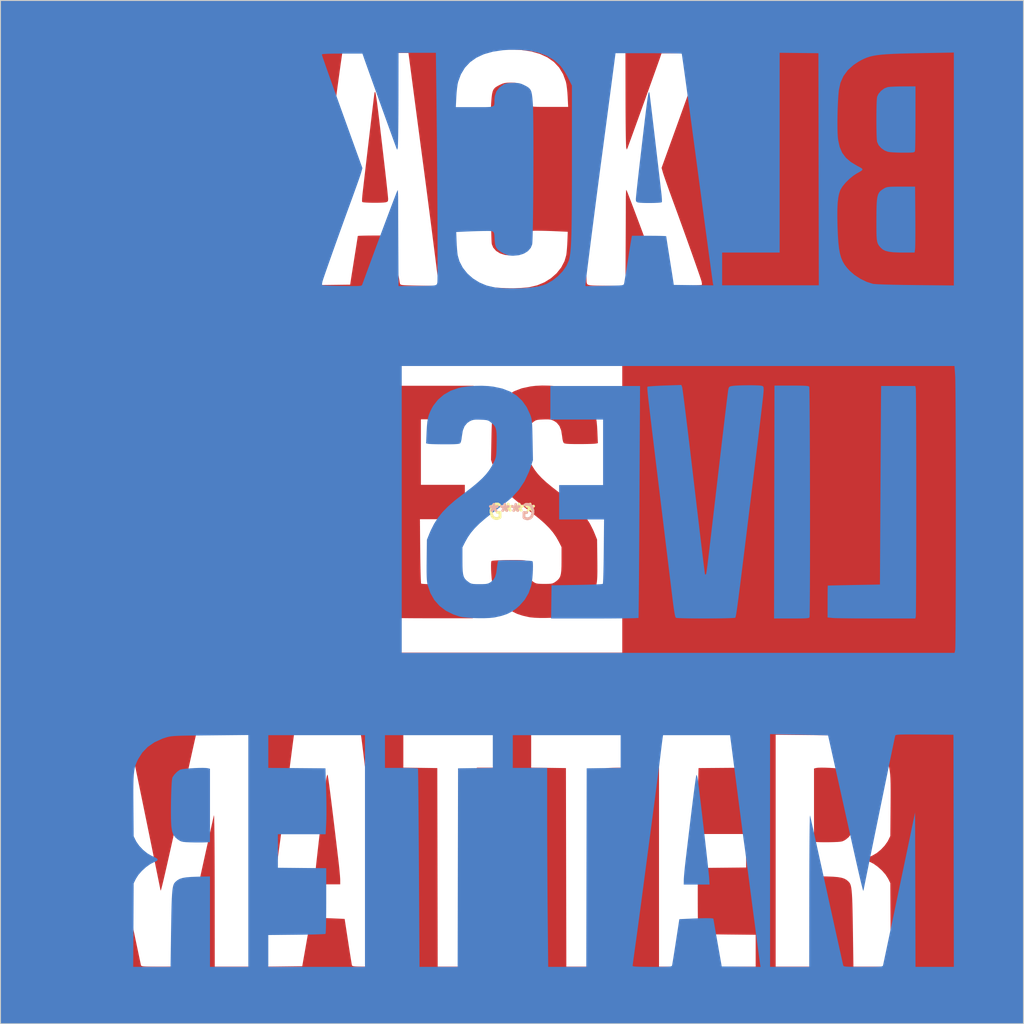
<source format=kicad_pcb>
(kicad_pcb (version 20200829) (generator pcbnew)

  (general
    (thickness 1.6)
  )

  (paper "A4")
  (layers
    (0 "F.Cu" signal)
    (31 "B.Cu" signal)
    (32 "B.Adhes" user)
    (33 "F.Adhes" user)
    (34 "B.Paste" user)
    (35 "F.Paste" user)
    (36 "B.SilkS" user)
    (37 "F.SilkS" user)
    (38 "B.Mask" user)
    (39 "F.Mask" user)
    (40 "Dwgs.User" user)
    (41 "Cmts.User" user)
    (42 "Eco1.User" user)
    (43 "Eco2.User" user)
    (44 "Edge.Cuts" user)
    (45 "Margin" user)
    (46 "B.CrtYd" user)
    (47 "F.CrtYd" user)
    (48 "B.Fab" user)
    (49 "F.Fab" user)
  )

  (setup
    (stackup
      (layer "F.SilkS" (type "Top Silk Screen"))
      (layer "F.Paste" (type "Top Solder Paste"))
      (layer "F.Mask" (type "Top Solder Mask") (color "Green") (thickness 0.01))
      (layer "F.Cu" (type "copper") (thickness 0.035))
      (layer "dielectric 1" (type "core") (thickness 1.51) (material "FR4") (epsilon_r 4.5) (loss_tangent 0.02))
      (layer "B.Cu" (type "copper") (thickness 0.035))
      (layer "B.Mask" (type "Bottom Solder Mask") (color "Green") (thickness 0.01))
      (layer "B.Paste" (type "Bottom Solder Paste"))
      (layer "B.SilkS" (type "Bottom Silk Screen"))
      (copper_finish "None")
      (dielectric_constraints no)
    )
    (pcbplotparams
      (layerselection 0x010fc_ffffffff)
      (usegerberextensions false)
      (usegerberattributes true)
      (usegerberadvancedattributes true)
      (creategerberjobfile true)
      (svguseinch false)
      (svgprecision 6)
      (excludeedgelayer true)
      (linewidth 0.100000)
      (plotframeref false)
      (viasonmask false)
      (mode 1)
      (useauxorigin false)
      (hpglpennumber 1)
      (hpglpenspeed 20)
      (hpglpendiameter 15.000000)
      (psnegative false)
      (psa4output false)
      (plotreference true)
      (plotvalue true)
      (plotinvisibletext false)
      (sketchpadsonfab false)
      (subtractmaskfromsilk false)
      (outputformat 1)
      (mirror false)
      (drillshape 0)
      (scaleselection 1)
      (outputdirectory "gerbers")
    )
  )


  (net 0 "")

  (module "art:blm-cu" (layer "F.Cu") (tedit 0) (tstamp c7bd7b08-511e-4664-946f-01fd916df31c)
    (at 139.0142 101.6762)
    (attr through_hole)
    (fp_text reference "G***" (at 0 0) (layer "F.SilkS")
      (effects (font (size 1.524 1.524) (thickness 0.3)))
      (tstamp b14d1666-6267-4a34-8e89-c1bac678ef0a)
    )
    (fp_text value "LOGO" (at 0.75 0) (layer "F.SilkS") hide
      (effects (font (size 1.524 1.524) (thickness 0.3)))
      (tstamp 1b9d5850-89dd-4017-8ceb-c3ab04815e15)
    )
    (fp_poly (pts (xy 54.186667 54.186667)
      (xy -54.186666 54.186667)
      (xy -54.186666 48.178363)
      (xy -26.339574 48.178363)
      (xy -24.282287 48.155681)
      (xy -22.225 48.133)
      (xy -21.784711 45.635334)
      (xy -21.673905 45.005481)
      (xy -21.573046 44.429721)
      (xy -21.485794 43.929142)
      (xy -21.415809 43.524834)
      (xy -21.366751 43.237888)
      (xy -21.342281 43.089394)
      (xy -21.340211 43.074167)
      (xy -21.253656 43.038961)
      (xy -21.002104 43.018866)
      (xy -20.589217 43.013895)
      (xy -20.018656 43.02406)
      (xy -19.294083 43.049374)
      (xy -18.920992 43.065608)
      (xy -17.733652 43.119931)
      (xy -17.368167 45.499465)
      (xy -17.272207 46.120304)
      (xy -17.182822 46.691189)
      (xy -17.103671 47.189322)
      (xy -17.038417 47.591903)
      (xy -16.990719 47.876133)
      (xy -16.964238 48.019213)
      (xy -16.962302 48.027167)
      (xy -16.938052 48.073503)
      (xy -16.880444 48.109089)
      (xy -16.769534 48.135326)
      (xy -16.585377 48.153615)
      (xy -16.308028 48.165357)
      (xy -15.917542 48.171954)
      (xy -15.393973 48.174806)
      (xy -14.853294 48.175334)
      (xy -14.179439 48.17346)
      (xy -13.658894 48.167288)
      (xy -13.275673 48.155989)
      (xy -13.013791 48.138736)
      (xy -12.85726 48.114702)
      (xy -12.790093 48.083058)
      (xy -12.784666 48.068235)
      (xy -12.796064 47.957946)
      (xy -12.828125 47.703883)
      (xy -12.877652 47.32992)
      (xy -12.941448 46.859927)
      (xy -13.016314 46.317776)
      (xy -13.082368 45.845735)
      (xy -13.156202 45.315318)
      (xy -13.248129 44.64561)
      (xy -13.35429 43.865225)
      (xy -13.470827 43.002777)
      (xy -13.593882 42.086879)
      (xy -13.719597 41.146145)
      (xy -13.844115 40.20919)
      (xy -13.93266 39.539334)
      (xy -14.065296 38.53379)
      (xy -14.211186 37.428457)
      (xy -14.364758 36.265524)
      (xy -14.520435 35.087186)
      (xy -14.672643 33.935633)
      (xy -14.815808 32.853058)
      (xy -14.944355 31.881653)
      (xy -14.984208 31.580667)
      (xy -15.098195 30.715883)
      (xy -15.21378 29.831527)
      (xy -15.327175 28.957087)
      (xy -15.434593 28.122049)
      (xy -15.532245 27.355901)
      (xy -15.616345 26.68813)
      (xy -15.683105 26.148224)
      (xy -15.701945 25.992667)
      (xy -15.769055 25.438605)
      (xy -15.832086 24.926218)
      (xy -15.887356 24.484821)
      (xy -15.931183 24.143723)
      (xy -15.959883 23.932238)
      (xy -15.9652 23.897167)
      (xy -16.009673 23.622)
      (xy -11.514666 23.622)
      (xy -11.514666 27.089966)
      (xy -9.7155 27.112816)
      (xy -7.916333 27.135667)
      (xy -7.894836 37.6555)
      (xy -7.873338 48.175334)
      (xy -3.837794 48.175334)
      (xy -3.781635 42.650834)
      (xy -3.770856 41.497317)
      (xy -3.760754 40.235861)
      (xy -3.751529 38.904007)
      (xy -3.743382 37.539294)
      (xy -3.736511 36.179265)
      (xy -3.731119 34.861458)
      (xy -3.727404 33.623414)
      (xy -3.725568 32.502674)
      (xy -3.725404 32.109834)
      (xy -3.725333 27.093334)
      (xy -0.084666 27.093334)
      (xy -0.084666 23.622)
      (xy 2.032 23.622)
      (xy 2.032 27.090031)
      (xy 5.715 27.135667)
      (xy 5.736498 37.6555)
      (xy 5.757995 48.175334)
      (xy 9.798666 48.175334)
      (xy 9.861285 37.697834)
      (xy 9.869466 36.379453)
      (xy 9.877944 35.107997)
      (xy 9.886621 33.893737)
      (xy 9.895399 32.746945)
      (xy 9.904179 31.677893)
      (xy 9.912863 30.696853)
      (xy 9.921352 29.814097)
      (xy 9.929548 29.039896)
      (xy 9.937353 28.384523)
      (xy 9.944668 27.85825)
      (xy 9.951394 27.471348)
      (xy 9.957434 27.23409)
      (xy 9.962283 27.156834)
      (xy 10.054728 27.137687)
      (xy 10.290684 27.120855)
      (xy 10.644334 27.107264)
      (xy 11.089861 27.097841)
      (xy 11.601449 27.093512)
      (xy 11.73133 27.093334)
      (xy 13.462 27.093334)
      (xy 13.462 23.622)
      (xy 15.578667 23.622)
      (xy 15.578667 48.175334)
      (xy 25.823334 48.175334)
      (xy 27.94 48.175334)
      (xy 32.004 48.175334)
      (xy 32.004 38.590597)
      (xy 33.379834 38.623258)
      (xy 34.025558 38.647269)
      (xy 34.529617 38.689512)
      (xy 34.919306 38.75698)
      (xy 35.221919 38.856666)
      (xy 35.464753 38.995563)
      (xy 35.675101 39.180665)
      (xy 35.713123 39.221065)
      (xy 35.788159 39.318205)
      (xy 35.852265 39.442825)
      (xy 35.906557 39.608787)
      (xy 35.952148 39.829951)
      (xy 35.990152 40.12018)
      (xy 36.021684 40.493335)
      (xy 36.047859 40.963277)
      (xy 36.06979 41.543868)
      (xy 36.088591 42.248969)
      (xy 36.105378 43.092441)
      (xy 36.121265 44.088147)
      (xy 36.124965 44.344167)
      (xy 36.179526 48.175334)
      (xy 40.139089 48.175334)
      (xy 40.114378 43.7515)
      (xy 40.089667 39.327667)
      (xy 39.853088 38.845906)
      (xy 39.5865 38.427138)
      (xy 39.209878 37.998651)
      (xy 38.767422 37.599681)
      (xy 38.303333 37.269463)
      (xy 37.861812 37.04723)
      (xy 37.803667 37.026754)
      (xy 37.626961 36.937038)
      (xy 37.549794 36.835722)
      (xy 37.549667 36.832172)
      (xy 37.565107 36.758168)
      (xy 37.631452 36.68726)
      (xy 37.778741 36.599731)
      (xy 38.037013 36.475861)
      (xy 38.216488 36.394435)
      (xy 38.652237 36.137151)
      (xy 39.095631 35.771806)
      (xy 39.494975 35.348338)
      (xy 39.798576 34.91668)
      (xy 39.853607 34.813035)
      (xy 40.089667 34.332334)
      (xy 40.116456 31.166481)
      (xy 40.122927 30.232401)
      (xy 40.123898 29.448896)
      (xy 40.11749 28.797249)
      (xy 40.10182 28.258741)
      (xy 40.07501 27.814653)
      (xy 40.035178 27.446267)
      (xy 39.980444 27.134864)
      (xy 39.908928 26.861726)
      (xy 39.818748 26.608134)
      (xy 39.708025 26.355369)
      (xy 39.613667 26.161661)
      (xy 39.171512 25.46379)
      (xy 38.59605 24.86983)
      (xy 37.88827 24.380549)
      (xy 37.049159 23.996714)
      (xy 36.660064 23.867806)
      (xy 36.507456 23.823939)
      (xy 36.35797 23.787209)
      (xy 36.195119 23.756822)
      (xy 36.002414 23.731987)
      (xy 35.76337 23.711911)
      (xy 35.461496 23.695802)
      (xy 35.080306 23.682868)
      (xy 34.603311 23.672317)
      (xy 34.014025 23.663356)
      (xy 33.295958 23.655194)
      (xy 32.432623 23.647037)
      (xy 31.982834 23.643075)
      (xy 27.94 23.607864)
      (xy 27.94 48.175334)
      (xy 25.823334 48.175334)
      (xy 25.823334 44.80028)
      (xy 22.824617 44.773307)
      (xy 22.127381 44.765127)
      (xy 21.48362 44.75391)
      (xy 20.912983 44.740281)
      (xy 20.435116 44.724862)
      (xy 20.069668 44.708278)
      (xy 19.836285 44.691152)
      (xy 19.75545 44.675847)
      (xy 19.740174 44.578493)
      (xy 19.726037 44.33007)
      (xy 19.713406 43.948842)
      (xy 19.702648 43.453071)
      (xy 19.694127 42.861021)
      (xy 19.688211 42.190953)
      (xy 19.685265 41.461133)
      (xy 19.685 41.16218)
      (xy 19.685 37.719)
      (xy 24.807334 37.674184)
      (xy 24.807334 34.120667)
      (xy 19.744937 34.120667)
      (xy 19.683873 32.899125)
      (xy 19.669693 32.464528)
      (xy 19.66273 31.901441)
      (xy 19.66284 31.250548)
      (xy 19.669879 30.552535)
      (xy 19.683702 29.848084)
      (xy 19.696237 29.406625)
      (xy 19.769667 27.135667)
      (xy 22.7965 27.113431)
      (xy 25.823334 27.091195)
      (xy 25.823334 23.622)
      (xy 15.578667 23.622)
      (xy 13.462 23.622)
      (xy 2.032 23.622)
      (xy -0.084666 23.622)
      (xy -11.514666 23.622)
      (xy -16.009673 23.622)
      (xy -23.103624 23.622)
      (xy -23.153675 23.981834)
      (xy -23.17383 24.132863)
      (xy -23.213399 24.434965)
      (xy -23.270197 24.871264)
      (xy -23.342037 25.424882)
      (xy -23.426732 26.078944)
      (xy -23.522097 26.816573)
      (xy -23.625945 27.620891)
      (xy -23.736089 28.475023)
      (xy -23.792603 28.913667)
      (xy -23.937097 30.035177)
      (xy -24.061898 31.002943)
      (xy -24.168871 31.831175)
      (xy -24.259882 32.534085)
      (xy -24.336796 33.125884)
      (xy -24.401481 33.620782)
      (xy -24.455801 34.032991)
      (xy -24.501622 34.376722)
      (xy -24.54081 34.666186)
      (xy -24.575232 34.915593)
      (xy -24.606752 35.139154)
      (xy -24.637236 35.351082)
      (xy -24.642987 35.390667)
      (xy -24.671901 35.598778)
      (xy -24.719484 35.952502)
      (xy -24.782796 36.429501)
      (xy -24.858897 37.00744)
      (xy -24.944846 37.663981)
      (xy -25.037705 38.376789)
      (xy -25.134531 39.123526)
      (xy -25.144508 39.200667)
      (xy -25.24205 39.954012)
      (xy -25.336245 40.679505)
      (xy -25.42408 41.354109)
      (xy -25.502548 41.954783)
      (xy -25.568637 42.45849)
      (xy -25.619338 42.84219)
      (xy -25.65164 43.082845)
      (xy -25.653353 43.095334)
      (xy -25.690195 43.367957)
      (xy -25.744168 43.773865)
      (xy -25.810707 44.278402)
      (xy -25.885249 44.846916)
      (xy -25.963229 45.444752)
      (xy -25.993495 45.677667)
      (xy -26.068189 46.249609)
      (xy -26.138269 46.779673)
      (xy -26.199968 47.239882)
      (xy -26.249519 47.602256)
      (xy -26.283157 47.838817)
      (xy -26.292916 47.901681)
      (xy -26.339574 48.178363)
      (xy -54.186666 48.178363)
      (xy -54.186666 48.175334)
      (xy -46.821235 48.175334)
      (xy -42.757509 48.175334)
      (xy -42.735921 39.994274)
      (xy -42.714333 31.813215)
      (xy -41.035532 39.846108)
      (xy -40.796712 40.988331)
      (xy -40.567193 42.085087)
      (xy -40.349403 43.124825)
      (xy -40.145771 44.095996)
      (xy -39.958725 44.987051)
      (xy -39.790694 45.786438)
      (xy -39.644107 46.482608)
      (xy -39.521392 47.064012)
      (xy -39.424977 47.519099)
      (xy -39.357292 47.83632)
      (xy -39.320764 48.004124)
      (xy -39.315326 48.027167)
      (xy -39.290699 48.073562)
      (xy -39.2327 48.109179)
      (xy -39.121347 48.135424)
      (xy -38.936655 48.153703)
      (xy -38.658642 48.165425)
      (xy -38.267326 48.171996)
      (xy -37.742722 48.174822)
      (xy -37.211 48.175334)
      (xy -36.564677 48.17449)
      (xy -36.067666 48.171022)
      (xy -35.699952 48.163523)
      (xy -35.441518 48.150584)
      (xy -35.272348 48.1308)
      (xy -35.172425 48.102763)
      (xy -35.121735 48.065066)
      (xy -35.103226 48.027167)
      (xy -35.07893 47.924634)
      (xy -35.020961 47.668431)
      (xy -34.931916 47.270291)
      (xy -34.81439 46.741948)
      (xy -34.670977 46.095134)
      (xy -34.504272 45.341585)
      (xy -34.316872 44.493032)
      (xy -34.111371 43.56121)
      (xy -33.890364 42.557852)
      (xy -33.656447 41.494692)
      (xy -33.412214 40.383463)
      (xy -33.356982 40.132)
      (xy -33.110156 39.008906)
      (xy -32.872559 37.929322)
      (xy -32.646837 36.905193)
      (xy -32.435639 35.948467)
      (xy -32.241613 35.071087)
      (xy -32.067407 34.285001)
      (xy -31.915669 33.602154)
      (xy -31.789046 33.034492)
      (xy -31.690188 32.59396)
      (xy -31.621741 32.292505)
      (xy -31.586353 32.142073)
      (xy -31.583431 32.131)
      (xy -31.572583 32.175219)
      (xy -31.562163 32.379016)
      (xy -31.552269 32.732633)
      (xy -31.542999 33.226316)
      (xy -31.534453 33.850307)
      (xy -31.526729 34.594852)
      (xy -31.519926 35.450195)
      (xy -31.514142 36.406579)
      (xy -31.509475 37.454248)
      (xy -31.506026 38.583446)
      (xy -31.503891 39.784418)
      (xy -31.503636 40.026167)
      (xy -31.496 48.175334)
      (xy -27.347333 48.175334)
      (xy -27.347333 23.511191)
      (xy -30.414732 23.571883)
      (xy -31.116949 23.586194)
      (xy -31.763174 23.600167)
      (xy -32.334497 23.61333)
      (xy -32.812003 23.625215)
      (xy -33.176782 23.635349)
      (xy -33.40992 23.643263)
      (xy -33.492491 23.648454)
      (xy -33.511882 23.731526)
      (xy -33.565412 23.968702)
      (xy -33.650583 24.348761)
      (xy -33.764899 24.860487)
      (xy -33.905861 25.49266)
      (xy -34.070971 26.23406)
      (xy -34.257732 27.073469)
      (xy -34.463645 27.999669)
      (xy -34.686214 29.00144)
      (xy -34.922939 30.067563)
      (xy -35.171324 31.18682)
      (xy -35.296253 31.75)
      (xy -35.608923 33.158558)
      (xy -35.887275 34.409822)
      (xy -36.133212 35.511916)
      (xy -36.348635 36.472959)
      (xy -36.535448 37.301074)
      (xy -36.695551 38.004382)
      (xy -36.830848 38.591005)
      (xy -36.943241 39.069064)
      (xy -37.034631 39.446681)
      (xy -37.106921 39.731977)
      (xy -37.162012 39.933073)
      (xy -37.201808 40.058092)
      (xy -37.22821 40.115154)
      (xy -37.243121 40.112381)
      (xy -37.247603 40.081525)
      (xy -37.265199 39.984983)
      (xy -37.314139 39.73637)
      (xy -37.3916 39.349469)
      (xy -37.494758 38.838059)
      (xy -37.620791 38.215921)
      (xy -37.766876 37.496835)
      (xy -37.930189 36.694583)
      (xy -38.107906 35.822943)
      (xy -38.297205 34.895698)
      (xy -38.495262 33.926628)
      (xy -38.699255 32.929513)
      (xy -38.906359 31.918134)
      (xy -39.113752 30.906271)
      (xy -39.318611 29.907706)
      (xy -39.518111 28.936217)
      (xy -39.709431 28.005587)
      (xy -39.889747 27.129596)
      (xy -40.056234 26.322024)
      (xy -40.206072 25.596652)
      (xy -40.336435 24.96726)
      (xy -40.444501 24.44763)
      (xy -40.527447 24.051541)
      (xy -40.582449 23.792774)
      (xy -40.606684 23.685109)
      (xy -40.606878 23.68445)
      (xy -40.627782 23.645417)
      (xy -40.675309 23.614064)
      (xy -40.765845 23.589723)
      (xy -40.915777 23.571722)
      (xy -41.141491 23.559394)
      (xy -41.459372 23.552067)
      (xy -41.885807 23.549074)
      (xy -42.437183 23.549744)
      (xy -43.129886 23.553408)
      (xy -43.715205 23.55745)
      (xy -46.778333 23.579667)
      (xy -46.799784 35.8775)
      (xy -46.821235 48.175334)
      (xy -54.186666 48.175334)
      (xy -54.186666 1.099093)
      (xy -47.030913 1.099093)
      (xy -47.030529 2.460342)
      (xy -47.029572 3.802323)
      (xy -47.028041 5.114251)
      (xy -47.025933 6.385339)
      (xy -47.023246 7.604799)
      (xy -47.01998 8.761846)
      (xy -47.016133 9.845692)
      (xy -47.011702 10.845551)
      (xy -47.006687 11.750636)
      (xy -47.001085 12.55016)
      (xy -46.994895 13.233336)
      (xy -46.988115 13.789378)
      (xy -46.980744 14.207499)
      (xy -46.972779 14.476911)
      (xy -46.964997 14.583834)
      (xy -46.89766 14.901334)
      (xy 11.684 14.901334)
      (xy 11.684 -15.494)
      (xy -46.888629 -15.494)
      (xy -46.960481 -14.499166)
      (xy -46.969039 -14.296649)
      (xy -46.97705 -13.94081)
      (xy -46.984514 -13.442436)
      (xy -46.991428 -12.812315)
      (xy -46.99779 -12.061232)
      (xy -47.0036 -11.199975)
      (xy -47.008855 -10.239331)
      (xy -47.013553 -9.190086)
      (xy -47.017694 -8.063027)
      (xy -47.021275 -6.86894)
      (xy -47.024294 -5.618613)
      (xy -47.026751 -4.322832)
      (xy -47.028643 -2.992384)
      (xy -47.029968 -1.638056)
      (xy -47.030725 -0.270635)
      (xy -47.030913 1.099093)
      (xy -54.186666 1.099093)
      (xy -54.186666 -24.029075)
      (xy -46.820666 -24.029075)
      (xy -45.513654 -24.042366)
      (xy -21.339971 -24.042366)
      (xy -19.243241 -24.065016)
      (xy -17.14651 -24.087666)
      (xy -17.076857 -24.553333)
      (xy -17.043974 -24.767656)
      (xy -16.989005 -25.119653)
      (xy -16.916607 -25.579791)
      (xy -16.831433 -26.118534)
      (xy -16.73814 -26.706348)
      (xy -16.673935 -27.109633)
      (xy -16.582632 -27.684201)
      (xy -16.500876 -28.20216)
      (xy -16.432264 -28.640448)
      (xy -16.380388 -28.976006)
      (xy -16.348846 -29.185774)
      (xy -16.340666 -29.247467)
      (xy -16.260083 -29.261353)
      (xy -16.03466 -29.273623)
      (xy -15.688888 -29.283639)
      (xy -15.247259 -29.290763)
      (xy -14.734263 -29.294358)
      (xy -14.52706 -29.294666)
      (xy -12.713454 -29.294666)
      (xy -12.664246 -29.061833)
      (xy -12.637975 -28.916517)
      (xy -12.589753 -28.629215)
      (xy -12.523693 -28.225257)
      (xy -12.443908 -27.729974)
      (xy -12.354512 -27.168694)
      (xy -12.275826 -26.67)
      (xy -12.18165 -26.073385)
      (xy -12.093775 -25.521931)
      (xy -12.016293 -25.040915)
      (xy -11.953299 -24.655614)
      (xy -11.908887 -24.391304)
      (xy -11.889035 -24.281756)
      (xy -11.854542 -24.162476)
      (xy -11.78645 -24.091353)
      (xy -11.645354 -24.052859)
      (xy -11.39185 -24.03146)
      (xy -11.233561 -24.023412)
      (xy -10.934808 -24.012287)
      (xy -10.512704 -24.000838)
      (xy -10.013225 -23.990106)
      (xy -9.482349 -23.981133)
      (xy -9.2075 -23.97749)
      (xy -7.789333 -23.960666)
      (xy -7.789333 -24.158737)
      (xy -7.799965 -24.271194)
      (xy -7.83056 -24.536328)
      (xy -7.879172 -24.938904)
      (xy -7.943851 -25.463689)
      (xy -8.022651 -26.095448)
      (xy -8.113622 -26.818949)
      (xy -8.214818 -27.618957)
      (xy -8.324289 -28.480239)
      (xy -8.440089 -29.38756)
      (xy -8.560268 -30.325688)
      (xy -8.682879 -31.279389)
      (xy -8.805974 -32.233428)
      (xy -8.927604 -33.172573)
      (xy -9.045823 -34.081589)
      (xy -9.158681 -34.945243)
      (xy -9.26423 -35.748301)
      (xy -9.360523 -36.475529)
      (xy -9.445612 -37.111694)
      (xy -9.447584 -37.126333)
      (xy -9.499742 -37.51541)
      (xy -9.571131 -38.050684)
      (xy -9.658877 -38.710467)
      (xy -9.760103 -39.473074)
      (xy -9.871935 -40.316817)
      (xy -9.991496 -41.220008)
      (xy -10.115913 -42.160962)
      (xy -10.24231 -43.11799)
      (xy -10.317519 -43.688)
      (xy -10.51893 -45.215076)
      (xy -6.35 -45.215076)
      (xy -6.349794 -37.318371)
      (xy -6.349062 -35.797298)
      (xy -6.346743 -34.435612)
      (xy -6.342528 -33.223373)
      (xy -6.336108 -32.150638)
      (xy -6.327173 -31.207468)
      (xy -6.315414 -30.38392)
      (xy -6.300521 -29.670054)
      (xy -6.282186 -29.055929)
      (xy -6.260098 -28.531603)
      (xy -6.233949 -28.087136)
      (xy -6.20343 -27.712586)
      (xy -6.16823 -27.398012)
      (xy -6.128041 -27.133473)
      (xy -6.082554 -26.909028)
      (xy -6.031458 -26.714735)
      (xy -6.018532 -26.672146)
      (xy -5.760837 -26.094518)
      (xy -5.365552 -25.529065)
      (xy -4.863533 -25.005272)
      (xy -4.285634 -24.552625)
      (xy -3.662712 -24.200609)
      (xy -3.271503 -24.047145)
      (xy -2.76464 -23.921268)
      (xy -2.128787 -23.822773)
      (xy -1.402318 -23.753303)
      (xy -0.623609 -23.714499)
      (xy 0.168965 -23.708006)
      (xy 0.937028 -23.735466)
      (xy 1.642206 -23.798521)
      (xy 1.856075 -23.827646)
      (xy 2.682603 -24.023609)
      (xy 3.44995 -24.345703)
      (xy 4.139925 -24.778148)
      (xy 4.734336 -25.305165)
      (xy 5.214992 -25.910974)
      (xy 5.563703 -26.579796)
      (xy 5.667674 -26.934906)
      (xy 7.886011 -26.934906)
      (xy 7.886387 -26.175025)
      (xy 7.888202 -25.531783)
      (xy 7.891516 -25.016611)
      (xy 7.89639 -24.640941)
      (xy 7.902881 -24.416207)
      (xy 7.907649 -24.358181)
      (xy 7.929453 -24.249211)
      (xy 7.961981 -24.164196)
      (xy 8.024565 -24.099986)
      (xy 8.136536 -24.053434)
      (xy 8.317227 -24.021393)
      (xy 8.58597 -24.000715)
      (xy 8.962098 -23.988252)
      (xy 9.464942 -23.980857)
      (xy 10.113834 -23.975381)
      (xy 10.265834 -23.974216)
      (xy 12.022667 -23.960666)
      (xy 12.043834 -27.8765)
      (xy 12.048234 -28.727367)
      (xy 12.052219 -29.569519)
      (xy 12.055698 -30.378721)
      (xy 12.058582 -31.130735)
      (xy 12.060783 -31.801324)
      (xy 12.062212 -32.366251)
      (xy 12.062779 -32.80128)
      (xy 12.062655 -32.996945)
      (xy 12.065626 -33.420337)
      (xy 12.075384 -33.769931)
      (xy 12.090559 -34.017694)
      (xy 12.109783 -34.135596)
      (xy 12.118466 -34.139945)
      (xy 12.15961 -34.049535)
      (xy 12.25352 -33.815818)
      (xy 12.394342 -33.454351)
      (xy 12.576224 -32.98069)
      (xy 12.793312 -32.410392)
      (xy 13.039754 -31.759014)
      (xy 13.309697 -31.042112)
      (xy 13.597288 -30.275243)
      (xy 13.896673 -29.473963)
      (xy 14.202 -28.65383)
      (xy 14.507416 -27.830399)
      (xy 14.807067 -27.019228)
      (xy 15.095102 -26.235873)
      (xy 15.199704 -25.950333)
      (xy 15.387067 -25.438794)
      (xy 15.557477 -24.97447)
      (xy 15.701377 -24.583328)
      (xy 15.809209 -24.291334)
      (xy 15.871416 -24.124454)
      (xy 15.879882 -24.102338)
      (xy 15.908221 -24.05406)
      (xy 15.964086 -24.017489)
      (xy 16.067809 -23.991406)
      (xy 16.239723 -23.974591)
      (xy 16.50016 -23.965823)
      (xy 16.869452 -23.963882)
      (xy 17.367932 -23.967548)
      (xy 17.996298 -23.975338)
      (xy 18.570459 -23.985521)
      (xy 19.087994 -23.999392)
      (xy 19.524955 -24.015924)
      (xy 19.857392 -24.034095)
      (xy 20.061357 -24.052879)
      (xy 20.114979 -24.065954)
      (xy 20.130987 -24.178352)
      (xy 20.09769 -24.387782)
      (xy 20.070669 -24.489287)
      (xy 20.001788 -24.703746)
      (xy 19.881508 -25.059007)
      (xy 19.716349 -25.536753)
      (xy 19.512831 -26.118667)
      (xy 19.277473 -26.78643)
      (xy 19.016796 -27.521725)
      (xy 18.737319 -28.306236)
      (xy 18.445563 -29.121643)
      (xy 18.148046 -29.94963)
      (xy 17.85129 -30.771879)
      (xy 17.561813 -31.570072)
      (xy 17.286135 -32.325893)
      (xy 17.124706 -32.766)
      (xy 16.882728 -33.427564)
      (xy 16.653465 -34.060967)
      (xy 16.445192 -34.642845)
      (xy 16.266184 -35.149835)
      (xy 16.124715 -35.558576)
      (xy 16.029061 -35.845705)
      (xy 15.997501 -35.948486)
      (xy 15.850976 -36.463972)
      (xy 16.903992 -39.377486)
      (xy 17.407541 -40.772024)
      (xy 17.875879 -42.071683)
      (xy 18.306817 -43.270308)
      (xy 18.698168 -44.361744)
      (xy 19.047741 -45.339836)
      (xy 19.35335 -46.198429)
      (xy 19.612806 -46.931369)
      (xy 19.823919 -47.532501)
      (xy 19.984502 -47.995669)
      (xy 20.092366 -48.314719)
      (xy 20.145322 -48.483495)
      (xy 20.150667 -48.508343)
      (xy 20.076181 -48.539883)
      (xy 19.849989 -48.564491)
      (xy 19.467992 -48.582337)
      (xy 18.926089 -48.593595)
      (xy 18.220181 -48.598437)
      (xy 17.99944 -48.598666)
      (xy 15.848212 -48.598666)
      (xy 15.679472 -48.111833)
      (xy 15.599749 -47.884924)
      (xy 15.473368 -47.529137)
      (xy 15.306659 -47.062051)
      (xy 15.105954 -46.501244)
      (xy 14.877582 -45.864295)
      (xy 14.627874 -45.168782)
      (xy 14.363163 -44.432284)
      (xy 14.089777 -43.67238)
      (xy 13.81405 -42.906647)
      (xy 13.54231 -42.152666)
      (xy 13.28089 -41.428014)
      (xy 13.03612 -40.75027)
      (xy 12.81433 -40.137012)
      (xy 12.621853 -39.60582)
      (xy 12.465018 -39.174271)
      (xy 12.350157 -38.859944)
      (xy 12.2836 -38.680419)
      (xy 12.271938 -38.650333)
      (xy 12.168239 -38.396333)
      (xy 12.103892 -38.608)
      (xy 12.092001 -38.729621)
      (xy 12.080535 -39.004861)
      (xy 12.069716 -39.418008)
      (xy 12.059768 -39.953347)
      (xy 12.050913 -40.595165)
      (xy 12.043372 -41.327748)
      (xy 12.037369 -42.135382)
      (xy 12.033126 -43.002355)
      (xy 12.031106 -43.7515)
      (xy 12.022667 -48.683333)
      (xy 8.066209 -48.683333)
      (xy 8.012714 -44.555833)
      (xy 7.998629 -43.418239)
      (xy 7.985092 -42.225801)
      (xy 7.972162 -40.98995)
      (xy 7.959898 -39.72212)
      (xy 7.948361 -38.433742)
      (xy 7.93761 -37.136248)
      (xy 7.927703 -35.84107)
      (xy 7.918701 -34.559641)
      (xy 7.910663 -33.303393)
      (xy 7.903649 -32.083759)
      (xy 7.897718 -30.912169)
      (xy 7.892929 -29.800057)
      (xy 7.889342 -28.758854)
      (xy 7.887016 -27.799993)
      (xy 7.886011 -26.934906)
      (xy 5.667674 -26.934906)
      (xy 5.745804 -27.201751)
      (xy 5.783064 -27.467068)
      (xy 5.819606 -27.84744)
      (xy 5.850848 -28.288633)
      (xy 5.869704 -28.668118)
      (xy 5.909534 -29.69257)
      (xy 4.761713 -29.747618)
      (xy 4.239665 -29.769385)
      (xy 3.685312 -29.787089)
      (xy 3.167573 -29.798811)
      (xy 2.782226 -29.802666)
      (xy 2.406141 -29.803672)
      (xy 2.153278 -29.788076)
      (xy 1.997284 -29.727963)
      (xy 1.911808 -29.595414)
      (xy 1.870496 -29.362514)
      (xy 1.846997 -29.001346)
      (xy 1.835831 -28.800091)
      (xy 1.788877 -28.373355)
      (xy 1.686545 -28.060198)
      (xy 1.499254 -27.816294)
      (xy 1.197424 -27.597317)
      (xy 0.936987 -27.453166)
      (xy 0.593295 -27.291859)
      (xy 0.301475 -27.207837)
      (xy -0.023792 -27.179122)
      (xy -0.131221 -27.178)
      (xy -0.738249 -27.235884)
      (xy -1.262859 -27.401869)
      (xy -1.685828 -27.664456)
      (xy -1.987933 -28.012145)
      (xy -2.138389 -28.378731)
      (xy -2.156059 -28.538157)
      (xy -2.172732 -28.851383)
      (xy -2.188338 -29.302877)
      (xy -2.202804 -29.877109)
      (xy -2.216061 -30.558547)
      (xy -2.228036 -31.331661)
      (xy -2.238659 -32.180919)
      (xy -2.247858 -33.090791)
      (xy -2.255562 -34.045745)
      (xy -2.2617 -35.03025)
      (xy -2.266201 -36.028776)
      (xy -2.268994 -37.02579)
      (xy -2.270007 -38.005763)
      (xy -2.26917 -38.953162)
      (xy -2.26641 -39.852458)
      (xy -2.261658 -40.688118)
      (xy -2.254842 -41.444612)
      (xy -2.24589 -42.106409)
      (xy -2.234731 -42.657978)
      (xy -2.221295 -43.083787)
      (xy -2.206995 -43.349333)
      (xy -2.16154 -43.894206)
      (xy -2.110107 -44.299536)
      (xy -2.038845 -44.594929)
      (xy -1.9339 -44.809992)
      (xy -1.781419 -44.974333)
      (xy -1.56755 -45.117557)
      (xy -1.317944 -45.249447)
      (xy -1.029056 -45.381797)
      (xy -0.773136 -45.457759)
      (xy -0.480104 -45.492187)
      (xy -0.136394 -45.499925)
      (xy 0.270343 -45.488628)
      (xy 0.565914 -45.446273)
      (xy 0.807149 -45.363028)
      (xy 0.889 -45.322551)
      (xy 1.343307 -45.002699)
      (xy 1.654018 -44.595729)
      (xy 1.824601 -44.095702)
      (xy 1.862667 -43.655311)
      (xy 1.860358 -43.42916)
      (xy 1.866436 -43.255123)
      (xy 1.900409 -43.126411)
      (xy 1.981784 -43.036237)
      (xy 2.130068 -42.977815)
      (xy 2.364769 -42.944357)
      (xy 2.705395 -42.929076)
      (xy 3.171452 -42.925186)
      (xy 3.782448 -42.925898)
      (xy 3.958842 -42.926)
      (xy 5.952235 -42.926)
      (xy 5.89957 -44.0055)
      (xy 5.867632 -44.472812)
      (xy 5.820425 -44.931397)
      (xy 5.764499 -45.326427)
      (xy 5.710489 -45.58839)
      (xy 5.413783 -46.397094)
      (xy 4.991266 -47.095796)
      (xy 4.441997 -47.685092)
      (xy 3.765037 -48.165576)
      (xy 2.959446 -48.537842)
      (xy 2.024286 -48.802484)
      (xy 0.958615 -48.960098)
      (xy 0.316446 -49.001383)
      (xy -0.875759 -48.998862)
      (xy -1.938447 -48.893933)
      (xy -2.878579 -48.684429)
      (xy -3.703117 -48.36818)
      (xy -4.419021 -47.943019)
      (xy -5.033252 -47.406776)
      (xy -5.127113 -47.305466)
      (xy -5.337463 -47.035633)
      (xy -5.579836 -46.669672)
      (xy -5.81692 -46.265943)
      (xy -5.935319 -46.041424)
      (xy -6.35 -45.215076)
      (xy -10.51893 -45.215076)
      (xy -10.970789 -48.641)
      (xy -14.453085 -48.641)
      (xy -15.204764 -48.639814)
      (xy -15.903128 -48.636429)
      (xy -16.530161 -48.631101)
      (xy -17.067847 -48.624086)
      (xy -17.498169 -48.615642)
      (xy -17.803111 -48.606026)
      (xy -17.964656 -48.595494)
      (xy -17.985661 -48.590641)
      (xy -18.002521 -48.502309)
      (xy -18.04032 -48.255537)
      (xy -18.09777 -47.859753)
      (xy -18.173578 -47.324385)
      (xy -18.266456 -46.658862)
      (xy -18.375114 -45.872611)
      (xy -18.498262 -44.97506)
      (xy -18.634609 -43.975637)
      (xy -18.782866 -42.883771)
      (xy -18.941742 -41.708889)
      (xy -19.109948 -40.46042)
      (xy -19.286193 -39.147791)
      (xy -19.469189 -37.780431)
      (xy -19.642252 -36.483307)
      (xy -19.83052 -35.071204)
      (xy -20.013148 -33.703427)
      (xy -20.188845 -32.389553)
      (xy -20.356318 -31.139155)
      (xy -20.514278 -29.96181)
      (xy -20.661432 -28.867091)
      (xy -20.796488 -27.864575)
      (xy -20.918157 -26.963836)
      (xy -21.025145 -26.174449)
      (xy -21.116163 -25.505989)
      (xy -21.189918 -24.968031)
      (xy -21.245119 -24.570151)
      (xy -21.280475 -24.321922)
      (xy -21.294268 -24.23435)
      (xy -21.339971 -24.042366)
      (xy -45.513654 -24.042366)
      (xy -45.221884 -24.045333)
      (xy -32.512568 -24.045333)
      (xy -22.267333 -24.045333)
      (xy -22.267333 -27.516666)
      (xy -28.363333 -27.516666)
      (xy -28.363333 -48.686344)
      (xy -30.4165 -48.663672)
      (xy -32.469666 -48.641)
      (xy -32.491117 -36.343166)
      (xy -32.512568 -24.045333)
      (xy -45.221884 -24.045333)
      (xy -42.7355 -24.070617)
      (xy -41.728467 -24.082809)
      (xy -40.82642 -24.0977)
      (xy -40.039764 -24.114977)
      (xy -39.378904 -24.134326)
      (xy -38.854243 -24.155434)
      (xy -38.476188 -24.177989)
      (xy -38.255142 -24.201676)
      (xy -38.232369 -24.20614)
      (xy -37.575007 -24.417718)
      (xy -36.902489 -24.746638)
      (xy -36.275515 -25.158848)
      (xy -35.80578 -25.567379)
      (xy -35.497641 -25.902149)
      (xy -35.243298 -26.236186)
      (xy -35.037109 -26.590393)
      (xy -34.873433 -26.985675)
      (xy -34.746628 -27.442935)
      (xy -34.651051 -27.983077)
      (xy -34.581063 -28.627004)
      (xy -34.53102 -29.395622)
      (xy -34.495281 -30.309832)
      (xy -34.491487 -30.437165)
      (xy -34.473845 -31.364807)
      (xy -34.480366 -32.142251)
      (xy -34.512556 -32.787107)
      (xy -34.57192 -33.316986)
      (xy -34.659962 -33.749499)
      (xy -34.778186 -34.102258)
      (xy -34.811022 -34.176586)
      (xy -35.032507 -34.537633)
      (xy -35.363622 -34.934854)
      (xy -35.763276 -35.32724)
      (xy -36.190378 -35.673784)
      (xy -36.533666 -35.895764)
      (xy -36.88039 -36.090769)
      (xy -37.083413 -36.226875)
      (xy -37.143936 -36.332808)
      (xy -37.063157 -36.437294)
      (xy -36.842275 -36.56906)
      (xy -36.567738 -36.712254)
      (xy -35.895147 -37.119258)
      (xy -35.374607 -37.570842)
      (xy -34.990143 -38.09057)
      (xy -34.725781 -38.702007)
      (xy -34.565549 -39.428718)
      (xy -34.530876 -39.71704)
      (xy -34.503045 -40.14383)
      (xy -34.488061 -40.700765)
      (xy -34.485127 -41.349208)
      (xy -34.493446 -42.050522)
      (xy -34.512224 -42.76607)
      (xy -34.540664 -43.457213)
      (xy -34.57797 -44.085316)
      (xy -34.623346 -44.611739)
      (xy -34.633621 -44.704)
      (xy -34.803819 -45.498532)
      (xy -35.119973 -46.210171)
      (xy -35.583983 -46.841695)
      (xy -36.197749 -47.395884)
      (xy -36.703 -47.730788)
      (xy -37.002793 -47.9004)
      (xy -37.292188 -48.045847)
      (xy -37.587033 -48.169272)
      (xy -37.903177 -48.272821)
      (xy -38.256468 -48.358638)
      (xy -38.662755 -48.428868)
      (xy -39.137888 -48.485654)
      (xy -39.697713 -48.531142)
      (xy -40.358081 -48.567475)
      (xy -41.134839 -48.596799)
      (xy -42.043837 -48.621259)
      (xy -43.100923 -48.642997)
      (xy -43.4975 -48.65016)
      (xy -46.820666 -48.708708)
      (xy -46.820666 -24.029075)
      (xy -54.186666 -24.029075)
      (xy -54.186666 -54.186666)
      (xy 54.186667 -54.186666)) (layer "F.Cu") (width 0) (tstamp 25e31afd-1aa9-4e8e-a5cd-19f77016e400))
    (fp_poly (pts (xy -39.103604 -12.2555)
      (xy -39.101476 -12.019668)
      (xy -39.098529 -11.627043)
      (xy -39.094838 -11.090165)
      (xy -39.090479 -10.421571)
      (xy -39.085528 -9.6338)
      (xy -39.080061 -8.739392)
      (xy -39.074152 -7.750884)
      (xy -39.067879 -6.680814)
      (xy -39.061316 -5.541723)
      (xy -39.05454 -4.346147)
      (xy -39.047625 -3.106626)
      (xy -39.040649 -1.835698)
      (xy -39.040104 -1.735666)
      (xy -38.989 7.662334)
      (xy -36.237333 7.712109)
      (xy -35.572893 7.724523)
      (xy -34.96492 7.736641)
      (xy -34.433497 7.748004)
      (xy -33.998709 7.758151)
      (xy -33.680639 7.766623)
      (xy -33.49937 7.772959)
      (xy -33.4645 7.775609)
      (xy -33.458039 7.860367)
      (xy -33.452374 8.088743)
      (xy -33.447826 8.435023)
      (xy -33.444716 8.873492)
      (xy -33.443365 9.378435)
      (xy -33.443333 9.470606)
      (xy -33.443333 11.151878)
      (xy -33.963753 11.206272)
      (xy -34.152617 11.217203)
      (xy -34.491732 11.2274)
      (xy -34.962018 11.23664)
      (xy -35.544393 11.2447)
      (xy -36.219776 11.251356)
      (xy -36.969087 11.256384)
      (xy -37.773243 11.259563)
      (xy -38.610545 11.260667)
      (xy -42.736917 11.260667)
      (xy -42.787969 11.070167)
      (xy -42.794812 10.961011)
      (xy -42.801165 10.694278)
      (xy -42.807028 10.281724)
      (xy -42.8124 9.735104)
      (xy -42.817282 9.066175)
      (xy -42.821673 8.286691)
      (xy -42.825572 7.408409)
      (xy -42.82898 6.443083)
      (xy -42.831897 5.402471)
      (xy -42.834322 4.298327)
      (xy -42.836255 3.142407)
      (xy -42.837696 1.946467)
      (xy -42.838644 0.722263)
      (xy -42.8391 -0.51845)
      (xy -42.839062 -1.763917)
      (xy -42.838532 -3.002381)
      (xy -42.837508 -4.222086)
      (xy -42.835991 -5.411278)
      (xy -42.833981 -6.5582)
      (xy -42.831476 -7.651096)
      (xy -42.828477 -8.678212)
      (xy -42.824983 -9.627791)
      (xy -42.820995 -10.488078)
      (xy -42.816513 -11.247317)
      (xy -42.811535 -11.893752)
      (xy -42.806062 -12.415628)
      (xy -42.800093 -12.801188)
      (xy -42.793629 -13.038679)
      (xy -42.788416 -13.11275)
      (xy -42.7355 -13.377333)
      (xy -39.116 -13.377333)) (layer "F.Cu") (width 0) (tstamp 2c496aa6-8188-4f4d-8dc4-513f14545ea9))
    (fp_poly (pts (xy -16.189867 -13.426604)
      (xy -15.660528 -13.405549)
      (xy -15.188887 -13.381333)
      (xy -14.801091 -13.355745)
      (xy -14.523282 -13.330574)
      (xy -14.381606 -13.30761)
      (xy -14.370133 -13.302068)
      (xy -14.358012 -13.287904)
      (xy -14.348317 -13.265253)
      (xy -14.342012 -13.22559)
      (xy -14.340062 -13.160389)
      (xy -14.343431 -13.061125)
      (xy -14.353083 -12.919274)
      (xy -14.369983 -12.72631)
      (xy -14.395095 -12.473708)
      (xy -14.429382 -12.152943)
      (xy -14.473811 -11.755491)
      (xy -14.529344 -11.272825)
      (xy -14.596946 -10.696422)
      (xy -14.677581 -10.017756)
      (xy -14.772214 -9.228302)
      (xy -14.881809 -8.319534)
      (xy -15.00733 -7.282928)
      (xy -15.149742 -6.10996)
      (xy -15.310009 -4.792102)
      (xy -15.489095 -3.320832)
      (xy -15.630564 -2.159)
      (xy -15.787435 -0.870749)
      (xy -15.942277 0.400849)
      (xy -16.093416 1.642029)
      (xy -16.239174 2.839027)
      (xy -16.377876 3.978079)
      (xy -16.507845 5.045419)
      (xy -16.627406 6.027284)
      (xy -16.734882 6.909909)
      (xy -16.828597 7.679531)
      (xy -16.906876 8.322384)
      (xy -16.968042 8.824704)
      (xy -17.010419 9.172727)
      (xy -17.01049 9.173308)
      (xy -17.099294 9.872651)
      (xy -17.176352 10.41274)
      (xy -17.243348 10.803121)
      (xy -17.301965 11.053341)
      (xy -17.353887 11.172944)
      (xy -17.364842 11.182845)
      (xy -17.479708 11.203672)
      (xy -17.73789 11.221188)
      (xy -18.116354 11.235427)
      (xy -18.592069 11.246425)
      (xy -19.142003 11.254215)
      (xy -19.743123 11.258833)
      (xy -20.372396 11.260314)
      (xy -21.006791 11.258693)
      (xy -21.623276 11.254005)
      (xy -22.198817 11.246284)
      (xy -22.710382 11.235565)
      (xy -23.13494 11.221883)
      (xy -23.449458 11.205274)
      (xy -23.630903 11.185772)
      (xy -23.666002 11.173299)
      (xy -23.685615 11.126751)
      (xy -23.708635 11.040488)
      (xy -23.736211 10.90579)
      (xy -23.769495 10.713936)
      (xy -23.809635 10.456205)
      (xy -23.857782 10.123878)
      (xy -23.915087 9.708233)
      (xy -23.982698 9.200549)
      (xy -24.061766 8.592107)
      (xy -24.153441 7.874184)
      (xy -24.258873 7.038062)
      (xy -24.379212 6.075018)
      (xy -24.515609 4.976333)
      (xy -24.669212 3.733286)
      (xy -24.841172 2.337156)
      (xy -24.97756 1.227667)
      (xy -25.200442 -0.587213)
      (xy -25.403424 -2.241508)
      (xy -25.587394 -3.742682)
      (xy -25.75324 -5.098203)
      (xy -25.901848 -6.315537)
      (xy -26.034108 -7.402151)
      (xy -26.150906 -8.36551)
      (xy -26.25313 -9.213081)
      (xy -26.341668 -9.952331)
      (xy -26.417408 -10.590727)
      (xy -26.481237 -11.135733)
      (xy -26.534043 -11.594817)
      (xy -26.576714 -11.975446)
      (xy -26.610137 -12.285085)
      (xy -26.6352 -12.531201)
      (xy -26.652791 -12.72126)
      (xy -26.663798 -12.862729)
      (xy -26.669107 -12.963075)
      (xy -26.669928 -13.006916)
      (xy -26.658239 -13.232171)
      (xy -26.598604 -13.344217)
      (xy -26.454356 -13.398806)
      (xy -26.405416 -13.409083)
      (xy -26.198707 -13.431026)
      (xy -25.863074 -13.445481)
      (xy -25.438751 -13.452691)
      (xy -24.965972 -13.452898)
      (xy -24.484969 -13.446343)
      (xy -24.035976 -13.433268)
      (xy -23.659226 -13.413917)
      (xy -23.413287 -13.391083)
      (xy -23.160592 -13.348462)
      (xy -23.025548 -13.283643)
      (xy -22.957112 -13.159702)
      (xy -22.926128 -13.038666)
      (xy -22.906158 -12.910068)
      (xy -22.868352 -12.626408)
      (xy -22.8143 -12.20084)
      (xy -22.745594 -11.646518)
      (xy -22.663828 -10.976595)
      (xy -22.570592 -10.204225)
      (xy -22.467479 -9.342562)
      (xy -22.356081 -8.404758)
      (xy -22.237989 -7.403968)
      (xy -22.114796 -6.353345)
      (xy -22.05511 -5.842)
      (xy -21.859003 -4.159374)
      (xy -21.681537 -2.636885)
      (xy -21.521729 -1.266475)
      (xy -21.378593 -0.040089)
      (xy -21.251146 1.050331)
      (xy -21.138403 2.01284)
      (xy -21.03938 2.855494)
      (xy -20.953093 3.58635)
      (xy -20.878556 4.213464)
      (xy -20.814787 4.744893)
      (xy -20.7608 5.188692)
      (xy -20.715611 5.552919)
      (xy -20.678236 5.845628)
      (xy -20.647691 6.074877)
      (xy -20.62299 6.248722)
      (xy -20.603151 6.375218)
      (xy -20.587188 6.462424)
      (xy -20.574117 6.518393)
      (xy -20.562954 6.551184)
      (xy -20.552715 6.568852)
      (xy -20.542415 6.579453)
      (xy -20.536777 6.584778)
      (xy -20.456953 6.599161)
      (xy -20.454565 6.596945)
      (xy -20.440383 6.509952)
      (xy -20.407835 6.265251)
      (xy -20.358184 5.873326)
      (xy -20.292694 5.344661)
      (xy -20.212629 4.689739)
      (xy -20.119251 3.919046)
      (xy -20.013825 3.043063)
      (xy -19.897613 2.072276)
      (xy -19.77188 1.017168)
      (xy -19.637889 -0.111778)
      (xy -19.496904 -1.304076)
      (xy -19.350188 -2.549244)
      (xy -19.270109 -3.230681)
      (xy -19.120068 -4.504245)
      (xy -18.974247 -5.73347)
      (xy -18.833973 -6.907589)
      (xy -18.700578 -8.015836)
      (xy -18.57539 -9.047443)
      (xy -18.459739 -9.991643)
      (xy -18.354954 -10.83767)
      (xy -18.262366 -11.574756)
      (xy -18.183303 -12.192135)
      (xy -18.119096 -12.67904)
      (xy -18.071073 -13.024703)
      (xy -18.040565 -13.218358)
      (xy -18.032244 -13.254951)
      (xy -17.944068 -13.486872)) (layer "F.Cu") (width 0) (tstamp 395f90ee-3f47-4cb0-a692-401b15f8797a))
    (fp_poly (pts (xy 3.937493 -13.389368)
      (xy 4.666536 -13.334373)
      (xy 5.325197 -13.241372)
      (xy 5.679691 -13.164437)
      (xy 6.495452 -12.875613)
      (xy 7.221644 -12.458924)
      (xy 7.841339 -11.927248)
      (xy 8.337611 -11.293463)
      (xy 8.492452 -11.024445)
      (xy 8.675288 -10.653109)
      (xy 8.810278 -10.313876)
      (xy 8.90636 -9.966134)
      (xy 8.97247 -9.56927)
      (xy 9.017546 -9.082671)
      (xy 9.049298 -8.494084)
      (xy 9.101667 -7.293834)
      (xy 8.85825 -7.24525)
      (xy 8.695645 -7.229379)
      (xy 8.396671 -7.21568)
      (xy 7.994286 -7.205069)
      (xy 7.521452 -7.198459)
      (xy 7.107464 -7.196666)
      (xy 6.536834 -7.199476)
      (xy 6.113644 -7.208977)
      (xy 5.816076 -7.226783)
      (xy 5.622315 -7.254503)
      (xy 5.510542 -7.29375)
      (xy 5.479898 -7.316864)
      (xy 5.409414 -7.464844)
      (xy 5.347741 -7.734842)
      (xy 5.308176 -8.051645)
      (xy 5.210775 -8.648643)
      (xy 5.025703 -9.111027)
      (xy 4.745358 -9.453391)
      (xy 4.485256 -9.631108)
      (xy 4.280499 -9.729278)
      (xy 4.085342 -9.786862)
      (xy 3.847786 -9.811746)
      (xy 3.515829 -9.811815)
      (xy 3.330837 -9.806169)
      (xy 2.954049 -9.788739)
      (xy 2.699075 -9.760005)
      (xy 2.518395 -9.70764)
      (xy 2.364495 -9.619312)
      (xy 2.239083 -9.522879)
      (xy 2.018349 -9.331822)
      (xy 1.855233 -9.147731)
      (xy 1.74177 -8.941497)
      (xy 1.669995 -8.684009)
      (xy 1.631941 -8.346157)
      (xy 1.619643 -7.898831)
      (xy 1.625134 -7.312919)
      (xy 1.625699 -7.281333)
      (xy 1.636145 -6.762307)
      (xy 1.649268 -6.378295)
      (xy 1.670236 -6.094994)
      (xy 1.704217 -5.878104)
      (xy 1.756376 -5.693323)
      (xy 1.831883 -5.506349)
      (xy 1.922495 -5.311174)
      (xy 2.159019 -4.856813)
      (xy 2.429832 -4.432566)
      (xy 2.752478 -4.020243)
      (xy 3.144499 -3.601656)
      (xy 3.623439 -3.158615)
      (xy 4.20684 -2.672931)
      (xy 4.912245 -2.126415)
      (xy 5.207 -1.905649)
      (xy 6.057368 -1.243988)
      (xy 6.768975 -0.621308)
      (xy 7.36089 -0.015236)
      (xy 7.85218 0.5966)
      (xy 8.261912 1.236571)
      (xy 8.609154 1.92705)
      (xy 8.743443 2.243667)
      (xy 9.017 2.921)
      (xy 9.042258 5.061972)
      (xy 9.048548 5.772263)
      (xy 9.048114 6.337179)
      (xy 9.039998 6.78058)
      (xy 9.023239 7.126327)
      (xy 8.99688 7.39828)
      (xy 8.959959 7.6203)
      (xy 8.935004 7.728972)
      (xy 8.644217 8.572625)
      (xy 8.225086 9.305965)
      (xy 7.678388 9.928228)
      (xy 7.004899 10.438653)
      (xy 6.205397 10.836478)
      (xy 5.545667 11.054528)
      (xy 5.184824 11.123798)
      (xy 4.699357 11.176845)
      (xy 4.133291 11.212651)
      (xy 3.530649 11.230196)
      (xy 2.935457 11.228462)
      (xy 2.391741 11.20643)
      (xy 1.943524 11.163081)
      (xy 1.808497 11.141016)
      (xy 1.103991 10.981713)
      (xy 0.523078 10.786878)
      (xy 0.020593 10.534962)
      (xy -0.448627 10.204417)
      (xy -0.802223 9.895369)
      (xy -1.346268 9.276275)
      (xy -1.762235 8.567256)
      (xy -2.034066 7.799231)
      (xy -2.115907 7.366)
      (xy -2.162512 6.942501)
      (xy -2.19648 6.498622)
      (xy -2.216886 6.069445)
      (xy -2.222807 5.690055)
      (xy -2.213318 5.395536)
      (xy -2.187494 5.220972)
      (xy -2.173153 5.193335)
      (xy -2.065349 5.166226)
      (xy -1.819639 5.142496)
      (xy -1.467184 5.12256)
      (xy -1.039144 5.106831)
      (xy -0.566682 5.095723)
      (xy -0.080958 5.089651)
      (xy 0.386866 5.089027)
      (xy 0.80563 5.094267)
      (xy 1.144173 5.105783)
      (xy 1.371332 5.12399)
      (xy 1.453693 5.14516)
      (xy 1.499099 5.263203)
      (xy 1.547425 5.504852)
      (xy 1.590212 5.824762)
      (xy 1.601435 5.937153)
      (xy 1.672183 6.455594)
      (xy 1.786061 6.842689)
      (xy 1.959237 7.134264)
      (xy 2.207879 7.366147)
      (xy 2.26424 7.405905)
      (xy 2.425379 7.504886)
      (xy 2.585753 7.567744)
      (xy 2.789351 7.602516)
      (xy 3.080165 7.617241)
      (xy 3.435951 7.62)
      (xy 3.831617 7.616976)
      (xy 4.102154 7.601879)
      (xy 4.291738 7.565673)
      (xy 4.444545 7.499322)
      (xy 4.604753 7.393791)
      (xy 4.629647 7.37584)
      (xy 4.838963 7.20929)
      (xy 4.995534 7.036613)
      (xy 5.106851 6.830655)
      (xy 5.1804 6.564257)
      (xy 5.223672 6.210263)
      (xy 5.244153 5.741518)
      (xy 5.249333 5.130864)
      (xy 5.249334 5.128591)
      (xy 5.249334 3.721106)
      (xy 4.959856 3.15172)
      (xy 4.67651 2.649013)
      (xy 4.34503 2.172316)
      (xy 3.946906 1.702399)
      (xy 3.463631 1.220031)
      (xy 2.876693 0.705981)
      (xy 2.167585 0.141017)
      (xy 1.778 -0.154182)
      (xy 1.327256 -0.496544)
      (xy 0.886041 -0.841137)
      (xy 0.487232 -1.161597)
      (xy 0.163702 -1.431561)
      (xy -0.031095 -1.604974)
      (xy -0.737065 -2.382418)
      (xy -1.32508 -3.271623)
      (xy -1.80026 -4.280987)
      (xy -1.994656 -4.825675)
      (xy -2.222652 -5.529977)
      (xy -2.181255 -7.654489)
      (xy -2.167508 -8.316566)
      (xy -2.153628 -8.834541)
      (xy -2.137254 -9.233627)
      (xy -2.116025 -9.539041)
      (xy -2.087577 -9.775998)
      (xy -2.04955 -9.969712)
      (xy -1.999581 -10.1454)
      (xy -1.935309 -10.328276)
      (xy -1.929295 -10.344464)
      (xy -1.558664 -11.139432)
      (xy -1.082911 -11.809634)
      (xy -0.497278 -12.358321)
      (xy 0.202993 -12.788739)
      (xy 1.02266 -13.104137)
      (xy 1.966481 -13.307762)
      (xy 2.503101 -13.370137)
      (xy 3.196778 -13.402557)) (layer "F.Cu") (width 0) (tstamp 5a5accf5-1654-4dd6-bca6-f85270b110ca))
    (fp_poly (pts (xy -4.064 -9.821333)
      (xy -9.652 -9.821333)
      (xy -9.652 -2.878666)
      (xy -4.995333 -2.878666)
      (xy -4.995333 0.762)
      (xy -9.755315 0.762)
      (xy -9.72461 4.141825)
      (xy -9.716188 4.88304)
      (xy -9.705115 5.571551)
      (xy -9.69193 6.188914)
      (xy -9.677173 6.71669)
      (xy -9.661384 7.136435)
      (xy -9.645101 7.429708)
      (xy -9.628864 7.578068)
      (xy -9.623702 7.591992)
      (xy -9.524747 7.6105)
      (xy -9.277317 7.62985)
      (xy -8.902264 7.649189)
      (xy -8.420436 7.667662)
      (xy -7.852685 7.684416)
      (xy -7.219861 7.698597)
      (xy -6.872248 7.704667)
      (xy -4.191 7.747)
      (xy -4.168115 9.503834)
      (xy -4.145231 11.260667)
      (xy -8.756285 11.260667)
      (xy -9.623687 11.259534)
      (xy -10.439276 11.256277)
      (xy -11.187523 11.251108)
      (xy -11.852894 11.244239)
      (xy -12.419859 11.235883)
      (xy -12.872887 11.22625)
      (xy -13.196444 11.215554)
      (xy -13.375001 11.204007)
      (xy -13.40592 11.197167)
      (xy -13.410837 11.106583)
      (xy -13.416426 10.856153)
      (xy -13.422607 10.455366)
      (xy -13.429302 9.913706)
      (xy -13.436434 9.240661)
      (xy -13.443925 8.445717)
      (xy -13.451697 7.538362)
      (xy -13.459671 6.52808)
      (xy -13.46777 5.42436)
      (xy -13.475916 4.236688)
      (xy -13.48403 2.974549)
      (xy -13.492035 1.647432)
      (xy -13.499853 0.264822)
      (xy -13.507191 -1.121833)
      (xy -13.569882 -13.377333)
      (xy -4.064 -13.377333)) (layer "F.Cu") (width 0) (tstamp 6c6e5475-c071-4839-bc47-6cf8cf759da1))
    (fp_poly (pts (xy -41.4655 -45.123646)
      (xy -40.981639 -45.11766)
      (xy -40.52766 -45.103707)
      (xy -40.144674 -45.083638)
      (xy -39.873795 -45.059302)
      (xy -39.807173 -45.049008)
      (xy -39.450616 -44.908812)
      (xy -39.10938 -44.65426)
      (xy -38.836047 -44.333421)
      (xy -38.692092 -44.029628)
      (xy -38.666661 -43.849697)
      (xy -38.646083 -43.530227)
      (xy -38.630376 -43.100943)
      (xy -38.619558 -42.591568)
      (xy -38.613645 -42.031829)
      (xy -38.612656 -41.45145)
      (xy -38.616608 -40.880157)
      (xy -38.625519 -40.347673)
      (xy -38.639407 -39.883723)
      (xy -38.658288 -39.518034)
      (xy -38.682182 -39.280328)
      (xy -38.689253 -39.243)
      (xy -38.842556 -38.905025)
      (xy -39.120102 -38.589072)
      (xy -39.477812 -38.335635)
      (xy -39.830215 -38.194871)
      (xy -40.053505 -38.160137)
      (xy -40.40271 -38.13111)
      (xy -40.834436 -38.110365)
      (xy -41.305292 -38.100475)
      (xy -41.429617 -38.1)
      (xy -41.907084 -38.100965)
      (xy -42.242038 -38.106535)
      (xy -42.461297 -38.12072)
      (xy -42.59168 -38.147532)
      (xy -42.660006 -38.190983)
      (xy -42.693094 -38.255082)
      (xy -42.703302 -38.2905)
      (xy -42.714637 -38.415374)
      (xy -42.725157 -38.69008)
      (xy -42.734571 -39.095115)
      (xy -42.74259 -39.610978)
      (xy -42.748924 -40.218167)
      (xy -42.753284 -40.897182)
      (xy -42.755379 -41.628519)
      (xy -42.75551 -41.804166)
      (xy -42.756666 -45.127333)) (layer "F.Cu") (width 0) (tstamp 81622be9-e6ad-4911-bba9-eb750f6913de))
    (fp_poly (pts (xy -40.693876 -34.500453)
      (xy -40.295294 -34.494687)
      (xy -40.007804 -34.481185)
      (xy -39.802287 -34.45676)
      (xy -39.649624 -34.418229)
      (xy -39.520697 -34.362404)
      (xy -39.414419 -34.302764)
      (xy -39.198505 -34.166461)
      (xy -39.025644 -34.026814)
      (xy -38.891007 -33.863916)
      (xy -38.789765 -33.657861)
      (xy -38.717089 -33.38874)
      (xy -38.66815 -33.036648)
      (xy -38.638119 -32.581676)
      (xy -38.622166 -32.003919)
      (xy -38.615464 -31.283469)
      (xy -38.614441 -31.004962)
      (xy -38.613418 -30.290535)
      (xy -38.617337 -29.723345)
      (xy -38.629778 -29.2813)
      (xy -38.65432 -28.94231)
      (xy -38.694541 -28.684283)
      (xy -38.754023 -28.485128)
      (xy -38.836343 -28.322755)
      (xy -38.945081 -28.175071)
      (xy -39.083817 -28.019987)
      (xy -39.101079 -28.001509)
      (xy -39.310147 -27.826419)
      (xy -39.580606 -27.695656)
      (xy -39.935671 -27.60435)
      (xy -40.398557 -27.547632)
      (xy -40.99248 -27.520631)
      (xy -41.412179 -27.516666)
      (xy -42.661624 -27.516666)
      (xy -42.712868 -27.8765)
      (xy -42.723953 -28.042659)
      (xy -42.732863 -28.356545)
      (xy -42.739436 -28.796562)
      (xy -42.743507 -29.341116)
      (xy -42.744914 -29.968611)
      (xy -42.743495 -30.657454)
      (xy -42.739222 -31.369)
      (xy -42.714333 -34.501666)
      (xy -41.232666 -34.501666)) (layer "F.Cu") (width 0) (tstamp a8c2b039-37cd-41ff-840b-fec9a56f5220))
    (fp_poly (pts (xy -14.486279 -44.484719)
      (xy -14.456323 -44.377578)
      (xy -14.42067 -44.19636)
      (xy -14.378006 -43.932105)
      (xy -14.327017 -43.575853)
      (xy -14.266388 -43.118644)
      (xy -14.194804 -42.551519)
      (xy -14.110951 -41.865517)
      (xy -14.013513 -41.051678)
      (xy -13.901178 -40.101043)
      (xy -13.772629 -39.00465)
      (xy -13.626553 -37.753541)
      (xy -13.545623 -37.059374)
      (xy -13.456024 -36.284239)
      (xy -13.372909 -35.552772)
      (xy -13.29833 -34.883946)
      (xy -13.234339 -34.296737)
      (xy -13.182987 -33.810119)
      (xy -13.146327 -33.443066)
      (xy -13.126409 -33.214553)
      (xy -13.123333 -33.154124)
      (xy -13.144397 -32.954488)
      (xy -13.240817 -32.859102)
      (xy -13.387916 -32.818916)
      (xy -13.608278 -32.792111)
      (xy -13.927808 -32.774767)
      (xy -14.309644 -32.766401)
      (xy -14.71692 -32.766527)
      (xy -15.112772 -32.774662)
      (xy -15.460335 -32.790321)
      (xy -15.722745 -32.813021)
      (xy -15.863138 -32.842276)
      (xy -15.875576 -32.851599)
      (xy -15.889568 -32.968767)
      (xy -15.882938 -33.21141)
      (xy -15.857513 -33.537168)
      (xy -15.838155 -33.719433)
      (xy -15.74845 -34.494286)
      (xy -15.651372 -35.329241)
      (xy -15.54885 -36.20797)
      (xy -15.442815 -37.114145)
      (xy -15.335195 -38.031439)
      (xy -15.227921 -38.943524)
      (xy -15.122924 -39.834071)
      (xy -15.022132 -40.686754)
      (xy -14.927477 -41.485243)
      (xy -14.840888 -42.213213)
      (xy -14.764294 -42.854334)
      (xy -14.699627 -43.392278)
      (xy -14.648816 -43.810719)
      (xy -14.61379 -44.093328)
      (xy -14.596625 -44.222872)
      (xy -14.575432 -44.351715)
      (xy -14.555115 -44.451281)
      (xy -14.534361 -44.512611)
      (xy -14.511854 -44.526743)) (layer "F.Cu") (width 0) (tstamp bf00e98d-edd1-4c26-9478-00b268781bfc))
    (fp_poly (pts (xy -27.79155 -1.0795)
      (xy -27.7701 11.260667)
      (xy -29.623992 11.260667)
      (xy -30.238499 11.259341)
      (xy -30.704407 11.254395)
      (xy -31.042435 11.244369)
      (xy -31.273304 11.22781)
      (xy -31.417734 11.203259)
      (xy -31.496445 11.169262)
      (xy -31.529275 11.126742)
      (xy -31.537892 11.020782)
      (xy -31.545684 10.757732)
      (xy -31.552666 10.349205)
      (xy -31.558853 9.806815)
      (xy -31.56426 9.142174)
      (xy -31.568902 8.366895)
      (xy -31.572793 7.492593)
      (xy -31.575949 6.530879)
      (xy -31.578385 5.493368)
      (xy -31.580115 4.391672)
      (xy -31.581154 3.237404)
      (xy -31.581518 2.042178)
      (xy -31.581222 0.817607)
      (xy -31.58028 -0.424696)
      (xy -31.578707 -1.673118)
      (xy -31.576518 -2.916046)
      (xy -31.573729 -4.141866)
      (xy -31.570353 -5.338965)
      (xy -31.566407 -6.495731)
      (xy -31.561905 -7.60055)
      (xy -31.556861 -8.641808)
      (xy -31.551292 -9.607893)
      (xy -31.545211 -10.487192)
      (xy -31.538634 -11.26809)
      (xy -31.531576 -11.938976)
      (xy -31.524051 -12.488236)
      (xy -31.516075 -12.904257)
      (xy -31.507663 -13.175426)
      (xy -31.498829 -13.290129)
      (xy -31.497851 -13.292666)
      (xy -31.446789 -13.335725)
      (xy -31.341462 -13.368127)
      (xy -31.161082 -13.391275)
      (xy -30.884858 -13.406571)
      (xy -30.491999 -13.415418)
      (xy -29.961717 -13.419219)
      (xy -29.615314 -13.419666)
      (xy -27.813 -13.419666)) (layer "F.Cu") (width 0) (tstamp c731f805-9391-4a18-ba8c-09c85a9d6eb1))
    (fp_poly (pts (xy -19.521831 27.92224)
      (xy -19.481171 28.158005)
      (xy -19.424428 28.542295)
      (xy -19.351319 29.077331)
      (xy -19.261564 29.765334)
      (xy -19.154881 30.608525)
      (xy -19.030989 31.609126)
      (xy -18.889607 32.769357)
      (xy -18.730453 34.09144)
      (xy -18.553245 35.577596)
      (xy -18.376566 37.070171)
      (xy -18.31852 37.58863)
      (xy -18.268744 38.08402)
      (xy -18.230776 38.517021)
      (xy -18.20815 38.848312)
      (xy -18.203333 38.996337)
      (xy -18.203333 39.454667)
      (xy -20.936154 39.454667)
      (xy -20.888666 38.713834)
      (xy -20.870954 38.508112)
      (xy -20.83529 38.15338)
      (xy -20.783869 37.668756)
      (xy -20.718888 37.07336)
      (xy -20.642546 36.38631)
      (xy -20.557038 35.626727)
      (xy -20.464562 34.813729)
      (xy -20.367315 33.966435)
      (xy -20.267493 33.103965)
      (xy -20.167294 32.245439)
      (xy -20.068914 31.409974)
      (xy -19.974551 30.616692)
      (xy -19.886402 29.88471)
      (xy -19.806664 29.233148)
      (xy -19.737533 28.681125)
      (xy -19.720587 28.548643)
      (xy -19.669704 28.214839)
      (xy -19.616545 27.968203)
      (xy -19.568774 27.840283)
      (xy -19.546688 27.832778)) (layer "F.Cu") (width 0) (tstamp db57fc57-984d-42a2-84b9-c82fc797f234))
    (fp_poly (pts (xy 33.19272 27.09405)
      (xy 33.649813 27.111993)
      (xy 34.110424 27.140452)
      (xy 34.53597 27.177269)
      (xy 34.887869 27.220284)
      (xy 35.127538 27.267339)
      (xy 35.191384 27.290725)
      (xy 35.494155 27.506595)
      (xy 35.785297 27.808213)
      (xy 35.981641 28.098767)
      (xy 36.01622 28.248844)
      (xy 36.047597 28.541615)
      (xy 36.075261 28.950464)
      (xy 36.098702 29.448773)
      (xy 36.117408 30.009926)
      (xy 36.130869 30.607304)
      (xy 36.138574 31.214291)
      (xy 36.140012 31.804269)
      (xy 36.134673 32.350621)
      (xy 36.122046 32.826731)
      (xy 36.101619 33.205981)
      (xy 36.083241 33.393213)
      (xy 36.003889 33.844907)
      (xy 35.884776 34.176231)
      (xy 35.698892 34.435666)
      (xy 35.419229 34.671694)
      (xy 35.340355 34.72671)
      (xy 35.176906 34.827844)
      (xy 35.013573 34.895385)
      (xy 34.80859 34.937773)
      (xy 34.520191 34.963449)
      (xy 34.106612 34.980854)
      (xy 34.078334 34.981774)
      (xy 33.622545 34.992123)
      (xy 33.1587 34.9954)
      (xy 32.755409 34.991428)
      (xy 32.5755 34.985695)
      (xy 32.004 34.959597)
      (xy 32.004 27.181226)
      (xy 32.228367 27.124914)
      (xy 32.443414 27.098352)
      (xy 32.777726 27.088784)) (layer "F.Cu") (width 0) (tstamp f626a187-340e-48f2-b2be-e92826778f03))
  )

  (module "art:blm-cu" (layer "B.Cu") (tedit 0) (tstamp cd8e4127-b5ba-4836-bd2d-192483828728)
    (at 139.0142 101.7016 180)
    (attr through_hole)
    (fp_text reference "G***" (at 0 0) (layer "B.SilkS")
      (effects (font (size 1.524 1.524) (thickness 0.3)) (justify mirror))
      (tstamp 65ed24fa-db2c-49d0-b8a3-e067dabfca70)
    )
    (fp_text value "LOGO" (at 0.75 0) (layer "B.SilkS") hide
      (effects (font (size 1.524 1.524) (thickness 0.3)) (justify mirror))
      (tstamp de140697-ccae-468c-95fc-5a3b0d835344)
    )
    (fp_poly (pts (xy -27.79155 1.0795)
      (xy -27.7701 -11.260667)
      (xy -29.623992 -11.260667)
      (xy -30.238499 -11.259341)
      (xy -30.704407 -11.254395)
      (xy -31.042435 -11.244369)
      (xy -31.273304 -11.22781)
      (xy -31.417734 -11.203259)
      (xy -31.496445 -11.169262)
      (xy -31.529275 -11.126742)
      (xy -31.537892 -11.020782)
      (xy -31.545684 -10.757732)
      (xy -31.552666 -10.349205)
      (xy -31.558853 -9.806815)
      (xy -31.56426 -9.142174)
      (xy -31.568902 -8.366895)
      (xy -31.572793 -7.492593)
      (xy -31.575949 -6.530879)
      (xy -31.578385 -5.493368)
      (xy -31.580115 -4.391672)
      (xy -31.581154 -3.237404)
      (xy -31.581518 -2.042178)
      (xy -31.581222 -0.817607)
      (xy -31.58028 0.424696)
      (xy -31.578707 1.673118)
      (xy -31.576518 2.916046)
      (xy -31.573729 4.141866)
      (xy -31.570353 5.338965)
      (xy -31.566407 6.495731)
      (xy -31.561905 7.60055)
      (xy -31.556861 8.641808)
      (xy -31.551292 9.607893)
      (xy -31.545211 10.487192)
      (xy -31.538634 11.26809)
      (xy -31.531576 11.938976)
      (xy -31.524051 12.488236)
      (xy -31.516075 12.904257)
      (xy -31.507663 13.175426)
      (xy -31.498829 13.290129)
      (xy -31.497851 13.292666)
      (xy -31.446789 13.335725)
      (xy -31.341462 13.368127)
      (xy -31.161082 13.391275)
      (xy -30.884858 13.406571)
      (xy -30.491999 13.415418)
      (xy -29.961717 13.419219)
      (xy -29.615314 13.419666)
      (xy -27.813 13.419666)) (layer "B.Cu") (width 0) (tstamp 12cc6ca8-8e57-4680-b0cf-887ab79820e4))
    (fp_poly (pts (xy -41.4655 45.123646)
      (xy -40.981639 45.11766)
      (xy -40.52766 45.103707)
      (xy -40.144674 45.083638)
      (xy -39.873795 45.059302)
      (xy -39.807173 45.049008)
      (xy -39.450616 44.908812)
      (xy -39.10938 44.65426)
      (xy -38.836047 44.333421)
      (xy -38.692092 44.029628)
      (xy -38.666661 43.849697)
      (xy -38.646083 43.530227)
      (xy -38.630376 43.100943)
      (xy -38.619558 42.591568)
      (xy -38.613645 42.031829)
      (xy -38.612656 41.45145)
      (xy -38.616608 40.880157)
      (xy -38.625519 40.347673)
      (xy -38.639407 39.883723)
      (xy -38.658288 39.518034)
      (xy -38.682182 39.280328)
      (xy -38.689253 39.243)
      (xy -38.842556 38.905025)
      (xy -39.120102 38.589072)
      (xy -39.477812 38.335635)
      (xy -39.830215 38.194871)
      (xy -40.053505 38.160137)
      (xy -40.40271 38.13111)
      (xy -40.834436 38.110365)
      (xy -41.305292 38.100475)
      (xy -41.429617 38.1)
      (xy -41.907084 38.100965)
      (xy -42.242038 38.106535)
      (xy -42.461297 38.12072)
      (xy -42.59168 38.147532)
      (xy -42.660006 38.190983)
      (xy -42.693094 38.255082)
      (xy -42.703302 38.2905)
      (xy -42.714637 38.415374)
      (xy -42.725157 38.69008)
      (xy -42.734571 39.095115)
      (xy -42.74259 39.610978)
      (xy -42.748924 40.218167)
      (xy -42.753284 40.897182)
      (xy -42.755379 41.628519)
      (xy -42.75551 41.804166)
      (xy -42.756666 45.127333)) (layer "B.Cu") (width 0) (tstamp 15b7e837-b02f-42f1-aae8-5699c603f461))
    (fp_poly (pts (xy 33.19272 -27.09405)
      (xy 33.649813 -27.111993)
      (xy 34.110424 -27.140452)
      (xy 34.53597 -27.177269)
      (xy 34.887869 -27.220284)
      (xy 35.127538 -27.267339)
      (xy 35.191384 -27.290725)
      (xy 35.494155 -27.506595)
      (xy 35.785297 -27.808213)
      (xy 35.981641 -28.098767)
      (xy 36.01622 -28.248844)
      (xy 36.047597 -28.541615)
      (xy 36.075261 -28.950464)
      (xy 36.098702 -29.448773)
      (xy 36.117408 -30.009926)
      (xy 36.130869 -30.607304)
      (xy 36.138574 -31.214291)
      (xy 36.140012 -31.804269)
      (xy 36.134673 -32.350621)
      (xy 36.122046 -32.826731)
      (xy 36.101619 -33.205981)
      (xy 36.083241 -33.393213)
      (xy 36.003889 -33.844907)
      (xy 35.884776 -34.176231)
      (xy 35.698892 -34.435666)
      (xy 35.419229 -34.671694)
      (xy 35.340355 -34.72671)
      (xy 35.176906 -34.827844)
      (xy 35.013573 -34.895385)
      (xy 34.80859 -34.937773)
      (xy 34.520191 -34.963449)
      (xy 34.106612 -34.980854)
      (xy 34.078334 -34.981774)
      (xy 33.622545 -34.992123)
      (xy 33.1587 -34.9954)
      (xy 32.755409 -34.991428)
      (xy 32.5755 -34.985695)
      (xy 32.004 -34.959597)
      (xy 32.004 -27.181226)
      (xy 32.228367 -27.124914)
      (xy 32.443414 -27.098352)
      (xy 32.777726 -27.088784)) (layer "B.Cu") (width 0) (tstamp 46817938-854d-4e93-8409-58d202ff7eeb))
    (fp_poly (pts (xy -39.103604 12.2555)
      (xy -39.101476 12.019668)
      (xy -39.098529 11.627043)
      (xy -39.094838 11.090165)
      (xy -39.090479 10.421571)
      (xy -39.085528 9.6338)
      (xy -39.080061 8.739392)
      (xy -39.074152 7.750884)
      (xy -39.067879 6.680814)
      (xy -39.061316 5.541723)
      (xy -39.05454 4.346147)
      (xy -39.047625 3.106626)
      (xy -39.040649 1.835698)
      (xy -39.040104 1.735666)
      (xy -38.989 -7.662334)
      (xy -36.237333 -7.712109)
      (xy -35.572893 -7.724523)
      (xy -34.96492 -7.736641)
      (xy -34.433497 -7.748004)
      (xy -33.998709 -7.758151)
      (xy -33.680639 -7.766623)
      (xy -33.49937 -7.772959)
      (xy -33.4645 -7.775609)
      (xy -33.458039 -7.860367)
      (xy -33.452374 -8.088743)
      (xy -33.447826 -8.435023)
      (xy -33.444716 -8.873492)
      (xy -33.443365 -9.378435)
      (xy -33.443333 -9.470606)
      (xy -33.443333 -11.151878)
      (xy -33.963753 -11.206272)
      (xy -34.152617 -11.217203)
      (xy -34.491732 -11.2274)
      (xy -34.962018 -11.23664)
      (xy -35.544393 -11.2447)
      (xy -36.219776 -11.251356)
      (xy -36.969087 -11.256384)
      (xy -37.773243 -11.259563)
      (xy -38.610545 -11.260667)
      (xy -42.736917 -11.260667)
      (xy -42.787969 -11.070167)
      (xy -42.794812 -10.961011)
      (xy -42.801165 -10.694278)
      (xy -42.807028 -10.281724)
      (xy -42.8124 -9.735104)
      (xy -42.817282 -9.066175)
      (xy -42.821673 -8.286691)
      (xy -42.825572 -7.408409)
      (xy -42.82898 -6.443083)
      (xy -42.831897 -5.402471)
      (xy -42.834322 -4.298327)
      (xy -42.836255 -3.142407)
      (xy -42.837696 -1.946467)
      (xy -42.838644 -0.722263)
      (xy -42.8391 0.51845)
      (xy -42.839062 1.763917)
      (xy -42.838532 3.002381)
      (xy -42.837508 4.222086)
      (xy -42.835991 5.411278)
      (xy -42.833981 6.5582)
      (xy -42.831476 7.651096)
      (xy -42.828477 8.678212)
      (xy -42.824983 9.627791)
      (xy -42.820995 10.488078)
      (xy -42.816513 11.247317)
      (xy -42.811535 11.893752)
      (xy -42.806062 12.415628)
      (xy -42.800093 12.801188)
      (xy -42.793629 13.038679)
      (xy -42.788416 13.11275)
      (xy -42.7355 13.377333)
      (xy -39.116 13.377333)) (layer "B.Cu") (width 0) (tstamp 6205713d-3674-49d7-b748-04faf909fd0e))
    (fp_poly (pts (xy -19.521831 -27.92224)
      (xy -19.481171 -28.158005)
      (xy -19.424428 -28.542295)
      (xy -19.351319 -29.077331)
      (xy -19.261564 -29.765334)
      (xy -19.154881 -30.608525)
      (xy -19.030989 -31.609126)
      (xy -18.889607 -32.769357)
      (xy -18.730453 -34.09144)
      (xy -18.553245 -35.577596)
      (xy -18.376566 -37.070171)
      (xy -18.31852 -37.58863)
      (xy -18.268744 -38.08402)
      (xy -18.230776 -38.517021)
      (xy -18.20815 -38.848312)
      (xy -18.203333 -38.996337)
      (xy -18.203333 -39.454667)
      (xy -20.936154 -39.454667)
      (xy -20.888666 -38.713834)
      (xy -20.870954 -38.508112)
      (xy -20.83529 -38.15338)
      (xy -20.783869 -37.668756)
      (xy -20.718888 -37.07336)
      (xy -20.642546 -36.38631)
      (xy -20.557038 -35.626727)
      (xy -20.464562 -34.813729)
      (xy -20.367315 -33.966435)
      (xy -20.267493 -33.103965)
      (xy -20.167294 -32.245439)
      (xy -20.068914 -31.409974)
      (xy -19.974551 -30.616692)
      (xy -19.886402 -29.88471)
      (xy -19.806664 -29.233148)
      (xy -19.737533 -28.681125)
      (xy -19.720587 -28.548643)
      (xy -19.669704 -28.214839)
      (xy -19.616545 -27.968203)
      (xy -19.568774 -27.840283)
      (xy -19.546688 -27.832778)) (layer "B.Cu") (width 0) (tstamp 987e6674-d913-4521-af84-91ef801db799))
    (fp_poly (pts (xy -14.486279 44.484719)
      (xy -14.456323 44.377578)
      (xy -14.42067 44.19636)
      (xy -14.378006 43.932105)
      (xy -14.327017 43.575853)
      (xy -14.266388 43.118644)
      (xy -14.194804 42.551519)
      (xy -14.110951 41.865517)
      (xy -14.013513 41.051678)
      (xy -13.901178 40.101043)
      (xy -13.772629 39.00465)
      (xy -13.626553 37.753541)
      (xy -13.545623 37.059374)
      (xy -13.456024 36.284239)
      (xy -13.372909 35.552772)
      (xy -13.29833 34.883946)
      (xy -13.234339 34.296737)
      (xy -13.182987 33.810119)
      (xy -13.146327 33.443066)
      (xy -13.126409 33.214553)
      (xy -13.123333 33.154124)
      (xy -13.144397 32.954488)
      (xy -13.240817 32.859102)
      (xy -13.387916 32.818916)
      (xy -13.608278 32.792111)
      (xy -13.927808 32.774767)
      (xy -14.309644 32.766401)
      (xy -14.71692 32.766527)
      (xy -15.112772 32.774662)
      (xy -15.460335 32.790321)
      (xy -15.722745 32.813021)
      (xy -15.863138 32.842276)
      (xy -15.875576 32.851599)
      (xy -15.889568 32.968767)
      (xy -15.882938 33.21141)
      (xy -15.857513 33.537168)
      (xy -15.838155 33.719433)
      (xy -15.74845 34.494286)
      (xy -15.651372 35.329241)
      (xy -15.54885 36.20797)
      (xy -15.442815 37.114145)
      (xy -15.335195 38.031439)
      (xy -15.227921 38.943524)
      (xy -15.122924 39.834071)
      (xy -15.022132 40.686754)
      (xy -14.927477 41.485243)
      (xy -14.840888 42.213213)
      (xy -14.764294 42.854334)
      (xy -14.699627 43.392278)
      (xy -14.648816 43.810719)
      (xy -14.61379 44.093328)
      (xy -14.596625 44.222872)
      (xy -14.575432 44.351715)
      (xy -14.555115 44.451281)
      (xy -14.534361 44.512611)
      (xy -14.511854 44.526743)) (layer "B.Cu") (width 0) (tstamp c610c8d6-c313-4891-8933-13453b57949a))
    (fp_poly (pts (xy -40.693876 34.500453)
      (xy -40.295294 34.494687)
      (xy -40.007804 34.481185)
      (xy -39.802287 34.45676)
      (xy -39.649624 34.418229)
      (xy -39.520697 34.362404)
      (xy -39.414419 34.302764)
      (xy -39.198505 34.166461)
      (xy -39.025644 34.026814)
      (xy -38.891007 33.863916)
      (xy -38.789765 33.657861)
      (xy -38.717089 33.38874)
      (xy -38.66815 33.036648)
      (xy -38.638119 32.581676)
      (xy -38.622166 32.003919)
      (xy -38.615464 31.283469)
      (xy -38.614441 31.004962)
      (xy -38.613418 30.290535)
      (xy -38.617337 29.723345)
      (xy -38.629778 29.2813)
      (xy -38.65432 28.94231)
      (xy -38.694541 28.684283)
      (xy -38.754023 28.485128)
      (xy -38.836343 28.322755)
      (xy -38.945081 28.175071)
      (xy -39.083817 28.019987)
      (xy -39.101079 28.001509)
      (xy -39.310147 27.826419)
      (xy -39.580606 27.695656)
      (xy -39.935671 27.60435)
      (xy -40.398557 27.547632)
      (xy -40.99248 27.520631)
      (xy -41.412179 27.516666)
      (xy -42.661624 27.516666)
      (xy -42.712868 27.8765)
      (xy -42.723953 28.042659)
      (xy -42.732863 28.356545)
      (xy -42.739436 28.796562)
      (xy -42.743507 29.341116)
      (xy -42.744914 29.968611)
      (xy -42.743495 30.657454)
      (xy -42.739222 31.369)
      (xy -42.714333 34.501666)
      (xy -41.232666 34.501666)) (layer "B.Cu") (width 0) (tstamp d99c5db4-b29c-4ab0-b587-7ca881960c40))
    (fp_poly (pts (xy -16.189867 13.426604)
      (xy -15.660528 13.405549)
      (xy -15.188887 13.381333)
      (xy -14.801091 13.355745)
      (xy -14.523282 13.330574)
      (xy -14.381606 13.30761)
      (xy -14.370133 13.302068)
      (xy -14.358012 13.287904)
      (xy -14.348317 13.265253)
      (xy -14.342012 13.22559)
      (xy -14.340062 13.160389)
      (xy -14.343431 13.061125)
      (xy -14.353083 12.919274)
      (xy -14.369983 12.72631)
      (xy -14.395095 12.473708)
      (xy -14.429382 12.152943)
      (xy -14.473811 11.755491)
      (xy -14.529344 11.272825)
      (xy -14.596946 10.696422)
      (xy -14.677581 10.017756)
      (xy -14.772214 9.228302)
      (xy -14.881809 8.319534)
      (xy -15.00733 7.282928)
      (xy -15.149742 6.10996)
      (xy -15.310009 4.792102)
      (xy -15.489095 3.320832)
      (xy -15.630564 2.159)
      (xy -15.787435 0.870749)
      (xy -15.942277 -0.400849)
      (xy -16.093416 -1.642029)
      (xy -16.239174 -2.839027)
      (xy -16.377876 -3.978079)
      (xy -16.507845 -5.045419)
      (xy -16.627406 -6.027284)
      (xy -16.734882 -6.909909)
      (xy -16.828597 -7.679531)
      (xy -16.906876 -8.322384)
      (xy -16.968042 -8.824704)
      (xy -17.010419 -9.172727)
      (xy -17.01049 -9.173308)
      (xy -17.099294 -9.872651)
      (xy -17.176352 -10.41274)
      (xy -17.243348 -10.803121)
      (xy -17.301965 -11.053341)
      (xy -17.353887 -11.172944)
      (xy -17.364842 -11.182845)
      (xy -17.479708 -11.203672)
      (xy -17.73789 -11.221188)
      (xy -18.116354 -11.235427)
      (xy -18.592069 -11.246425)
      (xy -19.142003 -11.254215)
      (xy -19.743123 -11.258833)
      (xy -20.372396 -11.260314)
      (xy -21.006791 -11.258693)
      (xy -21.623276 -11.254005)
      (xy -22.198817 -11.246284)
      (xy -22.710382 -11.235565)
      (xy -23.13494 -11.221883)
      (xy -23.449458 -11.205274)
      (xy -23.630903 -11.185772)
      (xy -23.666002 -11.173299)
      (xy -23.685615 -11.126751)
      (xy -23.708635 -11.040488)
      (xy -23.736211 -10.90579)
      (xy -23.769495 -10.713936)
      (xy -23.809635 -10.456205)
      (xy -23.857782 -10.123878)
      (xy -23.915087 -9.708233)
      (xy -23.982698 -9.200549)
      (xy -24.061766 -8.592107)
      (xy -24.153441 -7.874184)
      (xy -24.258873 -7.038062)
      (xy -24.379212 -6.075018)
      (xy -24.515609 -4.976333)
      (xy -24.669212 -3.733286)
      (xy -24.841172 -2.337156)
      (xy -24.97756 -1.227667)
      (xy -25.200442 0.587213)
      (xy -25.403424 2.241508)
      (xy -25.587394 3.742682)
      (xy -25.75324 5.098203)
      (xy -25.901848 6.315537)
      (xy -26.034108 7.402151)
      (xy -26.150906 8.36551)
      (xy -26.25313 9.213081)
      (xy -26.341668 9.952331)
      (xy -26.417408 10.590727)
      (xy -26.481237 11.135733)
      (xy -26.534043 11.594817)
      (xy -26.576714 11.975446)
      (xy -26.610137 12.285085)
      (xy -26.6352 12.531201)
      (xy -26.652791 12.72126)
      (xy -26.663798 12.862729)
      (xy -26.669107 12.963075)
      (xy -26.669928 13.006916)
      (xy -26.658239 13.232171)
      (xy -26.598604 13.344217)
      (xy -26.454356 13.398806)
      (xy -26.405416 13.409083)
      (xy -26.198707 13.431026)
      (xy -25.863074 13.445481)
      (xy -25.438751 13.452691)
      (xy -24.965972 13.452898)
      (xy -24.484969 13.446343)
      (xy -24.035976 13.433268)
      (xy -23.659226 13.413917)
      (xy -23.413287 13.391083)
      (xy -23.160592 13.348462)
      (xy -23.025548 13.283643)
      (xy -22.957112 13.159702)
      (xy -22.926128 13.038666)
      (xy -22.906158 12.910068)
      (xy -22.868352 12.626408)
      (xy -22.8143 12.20084)
      (xy -22.745594 11.646518)
      (xy -22.663828 10.976595)
      (xy -22.570592 10.204225)
      (xy -22.467479 9.342562)
      (xy -22.356081 8.404758)
      (xy -22.237989 7.403968)
      (xy -22.114796 6.353345)
      (xy -22.05511 5.842)
      (xy -21.859003 4.159374)
      (xy -21.681537 2.636885)
      (xy -21.521729 1.266475)
      (xy -21.378593 0.040089)
      (xy -21.251146 -1.050331)
      (xy -21.138403 -2.01284)
      (xy -21.03938 -2.855494)
      (xy -20.953093 -3.58635)
      (xy -20.878556 -4.213464)
      (xy -20.814787 -4.744893)
      (xy -20.7608 -5.188692)
      (xy -20.715611 -5.552919)
      (xy -20.678236 -5.845628)
      (xy -20.647691 -6.074877)
      (xy -20.62299 -6.248722)
      (xy -20.603151 -6.375218)
      (xy -20.587188 -6.462424)
      (xy -20.574117 -6.518393)
      (xy -20.562954 -6.551184)
      (xy -20.552715 -6.568852)
      (xy -20.542415 -6.579453)
      (xy -20.536777 -6.584778)
      (xy -20.456953 -6.599161)
      (xy -20.454565 -6.596945)
      (xy -20.440383 -6.509952)
      (xy -20.407835 -6.265251)
      (xy -20.358184 -5.873326)
      (xy -20.292694 -5.344661)
      (xy -20.212629 -4.689739)
      (xy -20.119251 -3.919046)
      (xy -20.013825 -3.043063)
      (xy -19.897613 -2.072276)
      (xy -19.77188 -1.017168)
      (xy -19.637889 0.111778)
      (xy -19.496904 1.304076)
      (xy -19.350188 2.549244)
      (xy -19.270109 3.230681)
      (xy -19.120068 4.504245)
      (xy -18.974247 5.73347)
      (xy -18.833973 6.907589)
      (xy -18.700578 8.015836)
      (xy -18.57539 9.047443)
      (xy -18.459739 9.991643)
      (xy -18.354954 10.83767)
      (xy -18.262366 11.574756)
      (xy -18.183303 12.192135)
      (xy -18.119096 12.67904)
      (xy -18.071073 13.024703)
      (xy -18.040565 13.218358)
      (xy -18.032244 13.254951)
      (xy -17.944068 13.486872)) (layer "B.Cu") (width 0) (tstamp e4a727d2-0a4e-4c01-8675-39a98a2e0db2))
    (fp_poly (pts (xy 54.186667 -54.186667)
      (xy -54.186666 -54.186667)
      (xy -54.186666 -48.178363)
      (xy -26.339574 -48.178363)
      (xy -24.282287 -48.155681)
      (xy -22.225 -48.133)
      (xy -21.784711 -45.635334)
      (xy -21.673905 -45.005481)
      (xy -21.573046 -44.429721)
      (xy -21.485794 -43.929142)
      (xy -21.415809 -43.524834)
      (xy -21.366751 -43.237888)
      (xy -21.342281 -43.089394)
      (xy -21.340211 -43.074167)
      (xy -21.253656 -43.038961)
      (xy -21.002104 -43.018866)
      (xy -20.589217 -43.013895)
      (xy -20.018656 -43.02406)
      (xy -19.294083 -43.049374)
      (xy -18.920992 -43.065608)
      (xy -17.733652 -43.119931)
      (xy -17.368167 -45.499465)
      (xy -17.272207 -46.120304)
      (xy -17.182822 -46.691189)
      (xy -17.103671 -47.189322)
      (xy -17.038417 -47.591903)
      (xy -16.990719 -47.876133)
      (xy -16.964238 -48.019213)
      (xy -16.962302 -48.027167)
      (xy -16.938052 -48.073503)
      (xy -16.880444 -48.109089)
      (xy -16.769534 -48.135326)
      (xy -16.585377 -48.153615)
      (xy -16.308028 -48.165357)
      (xy -15.917542 -48.171954)
      (xy -15.393973 -48.174806)
      (xy -14.853294 -48.175334)
      (xy -14.179439 -48.17346)
      (xy -13.658894 -48.167288)
      (xy -13.275673 -48.155989)
      (xy -13.013791 -48.138736)
      (xy -12.85726 -48.114702)
      (xy -12.790093 -48.083058)
      (xy -12.784666 -48.068235)
      (xy -12.796064 -47.957946)
      (xy -12.828125 -47.703883)
      (xy -12.877652 -47.32992)
      (xy -12.941448 -46.859927)
      (xy -13.016314 -46.317776)
      (xy -13.082368 -45.845735)
      (xy -13.156202 -45.315318)
      (xy -13.248129 -44.64561)
      (xy -13.35429 -43.865225)
      (xy -13.470827 -43.002777)
      (xy -13.593882 -42.086879)
      (xy -13.719597 -41.146145)
      (xy -13.844115 -40.20919)
      (xy -13.93266 -39.539334)
      (xy -14.065296 -38.53379)
      (xy -14.211186 -37.428457)
      (xy -14.364758 -36.265524)
      (xy -14.520435 -35.087186)
      (xy -14.672643 -33.935633)
      (xy -14.815808 -32.853058)
      (xy -14.944355 -31.881653)
      (xy -14.984208 -31.580667)
      (xy -15.098195 -30.715883)
      (xy -15.21378 -29.831527)
      (xy -15.327175 -28.957087)
      (xy -15.434593 -28.122049)
      (xy -15.532245 -27.355901)
      (xy -15.616345 -26.68813)
      (xy -15.683105 -26.148224)
      (xy -15.701945 -25.992667)
      (xy -15.769055 -25.438605)
      (xy -15.832086 -24.926218)
      (xy -15.887356 -24.484821)
      (xy -15.931183 -24.143723)
      (xy -15.959883 -23.932238)
      (xy -15.9652 -23.897167)
      (xy -16.009673 -23.622)
      (xy -11.514666 -23.622)
      (xy -11.514666 -27.089966)
      (xy -9.7155 -27.112816)
      (xy -7.916333 -27.135667)
      (xy -7.894836 -37.6555)
      (xy -7.873338 -48.175334)
      (xy -3.837794 -48.175334)
      (xy -3.781635 -42.650834)
      (xy -3.770856 -41.497317)
      (xy -3.760754 -40.235861)
      (xy -3.751529 -38.904007)
      (xy -3.743382 -37.539294)
      (xy -3.736511 -36.179265)
      (xy -3.731119 -34.861458)
      (xy -3.727404 -33.623414)
      (xy -3.725568 -32.502674)
      (xy -3.725404 -32.109834)
      (xy -3.725333 -27.093334)
      (xy -0.084666 -27.093334)
      (xy -0.084666 -23.622)
      (xy 2.032 -23.622)
      (xy 2.032 -27.090031)
      (xy 5.715 -27.135667)
      (xy 5.736498 -37.6555)
      (xy 5.757995 -48.175334)
      (xy 9.798666 -48.175334)
      (xy 9.861285 -37.697834)
      (xy 9.869466 -36.379453)
      (xy 9.877944 -35.107997)
      (xy 9.886621 -33.893737)
      (xy 9.895399 -32.746945)
      (xy 9.904179 -31.677893)
      (xy 9.912863 -30.696853)
      (xy 9.921352 -29.814097)
      (xy 9.929548 -29.039896)
      (xy 9.937353 -28.384523)
      (xy 9.944668 -27.85825)
      (xy 9.951394 -27.471348)
      (xy 9.957434 -27.23409)
      (xy 9.962283 -27.156834)
      (xy 10.054728 -27.137687)
      (xy 10.290684 -27.120855)
      (xy 10.644334 -27.107264)
      (xy 11.089861 -27.097841)
      (xy 11.601449 -27.093512)
      (xy 11.73133 -27.093334)
      (xy 13.462 -27.093334)
      (xy 13.462 -23.622)
      (xy 15.578667 -23.622)
      (xy 15.578667 -48.175334)
      (xy 25.823334 -48.175334)
      (xy 27.94 -48.175334)
      (xy 32.004 -48.175334)
      (xy 32.004 -38.590597)
      (xy 33.379834 -38.623258)
      (xy 34.025558 -38.647269)
      (xy 34.529617 -38.689512)
      (xy 34.919306 -38.75698)
      (xy 35.221919 -38.856666)
      (xy 35.464753 -38.995563)
      (xy 35.675101 -39.180665)
      (xy 35.713123 -39.221065)
      (xy 35.788159 -39.318205)
      (xy 35.852265 -39.442825)
      (xy 35.906557 -39.608787)
      (xy 35.952148 -39.829951)
      (xy 35.990152 -40.12018)
      (xy 36.021684 -40.493335)
      (xy 36.047859 -40.963277)
      (xy 36.06979 -41.543868)
      (xy 36.088591 -42.248969)
      (xy 36.105378 -43.092441)
      (xy 36.121265 -44.088147)
      (xy 36.124965 -44.344167)
      (xy 36.179526 -48.175334)
      (xy 40.139089 -48.175334)
      (xy 40.114378 -43.7515)
      (xy 40.089667 -39.327667)
      (xy 39.853088 -38.845906)
      (xy 39.5865 -38.427138)
      (xy 39.209878 -37.998651)
      (xy 38.767422 -37.599681)
      (xy 38.303333 -37.269463)
      (xy 37.861812 -37.04723)
      (xy 37.803667 -37.026754)
      (xy 37.626961 -36.937038)
      (xy 37.549794 -36.835722)
      (xy 37.549667 -36.832172)
      (xy 37.565107 -36.758168)
      (xy 37.631452 -36.68726)
      (xy 37.778741 -36.599731)
      (xy 38.037013 -36.475861)
      (xy 38.216488 -36.394435)
      (xy 38.652237 -36.137151)
      (xy 39.095631 -35.771806)
      (xy 39.494975 -35.348338)
      (xy 39.798576 -34.91668)
      (xy 39.853607 -34.813035)
      (xy 40.089667 -34.332334)
      (xy 40.116456 -31.166481)
      (xy 40.122927 -30.232401)
      (xy 40.123898 -29.448896)
      (xy 40.11749 -28.797249)
      (xy 40.10182 -28.258741)
      (xy 40.07501 -27.814653)
      (xy 40.035178 -27.446267)
      (xy 39.980444 -27.134864)
      (xy 39.908928 -26.861726)
      (xy 39.818748 -26.608134)
      (xy 39.708025 -26.355369)
      (xy 39.613667 -26.161661)
      (xy 39.171512 -25.46379)
      (xy 38.59605 -24.86983)
      (xy 37.88827 -24.380549)
      (xy 37.049159 -23.996714)
      (xy 36.660064 -23.867806)
      (xy 36.507456 -23.823939)
      (xy 36.35797 -23.787209)
      (xy 36.195119 -23.756822)
      (xy 36.002414 -23.731987)
      (xy 35.76337 -23.711911)
      (xy 35.461496 -23.695802)
      (xy 35.080306 -23.682868)
      (xy 34.603311 -23.672317)
      (xy 34.014025 -23.663356)
      (xy 33.295958 -23.655194)
      (xy 32.432623 -23.647037)
      (xy 31.982834 -23.643075)
      (xy 27.94 -23.607864)
      (xy 27.94 -48.175334)
      (xy 25.823334 -48.175334)
      (xy 25.823334 -44.80028)
      (xy 22.824617 -44.773307)
      (xy 22.127381 -44.765127)
      (xy 21.48362 -44.75391)
      (xy 20.912983 -44.740281)
      (xy 20.435116 -44.724862)
      (xy 20.069668 -44.708278)
      (xy 19.836285 -44.691152)
      (xy 19.75545 -44.675847)
      (xy 19.740174 -44.578493)
      (xy 19.726037 -44.33007)
      (xy 19.713406 -43.948842)
      (xy 19.702648 -43.453071)
      (xy 19.694127 -42.861021)
      (xy 19.688211 -42.190953)
      (xy 19.685265 -41.461133)
      (xy 19.685 -41.16218)
      (xy 19.685 -37.719)
      (xy 24.807334 -37.674184)
      (xy 24.807334 -34.120667)
      (xy 19.744937 -34.120667)
      (xy 19.683873 -32.899125)
      (xy 19.669693 -32.464528)
      (xy 19.66273 -31.901441)
      (xy 19.66284 -31.250548)
      (xy 19.669879 -30.552535)
      (xy 19.683702 -29.848084)
      (xy 19.696237 -29.406625)
      (xy 19.769667 -27.135667)
      (xy 22.7965 -27.113431)
      (xy 25.823334 -27.091195)
      (xy 25.823334 -23.622)
      (xy 15.578667 -23.622)
      (xy 13.462 -23.622)
      (xy 2.032 -23.622)
      (xy -0.084666 -23.622)
      (xy -11.514666 -23.622)
      (xy -16.009673 -23.622)
      (xy -23.103624 -23.622)
      (xy -23.153675 -23.981834)
      (xy -23.17383 -24.132863)
      (xy -23.213399 -24.434965)
      (xy -23.270197 -24.871264)
      (xy -23.342037 -25.424882)
      (xy -23.426732 -26.078944)
      (xy -23.522097 -26.816573)
      (xy -23.625945 -27.620891)
      (xy -23.736089 -28.475023)
      (xy -23.792603 -28.913667)
      (xy -23.937097 -30.035177)
      (xy -24.061898 -31.002943)
      (xy -24.168871 -31.831175)
      (xy -24.259882 -32.534085)
      (xy -24.336796 -33.125884)
      (xy -24.401481 -33.620782)
      (xy -24.455801 -34.032991)
      (xy -24.501622 -34.376722)
      (xy -24.54081 -34.666186)
      (xy -24.575232 -34.915593)
      (xy -24.606752 -35.139154)
      (xy -24.637236 -35.351082)
      (xy -24.642987 -35.390667)
      (xy -24.671901 -35.598778)
      (xy -24.719484 -35.952502)
      (xy -24.782796 -36.429501)
      (xy -24.858897 -37.00744)
      (xy -24.944846 -37.663981)
      (xy -25.037705 -38.376789)
      (xy -25.134531 -39.123526)
      (xy -25.144508 -39.200667)
      (xy -25.24205 -39.954012)
      (xy -25.336245 -40.679505)
      (xy -25.42408 -41.354109)
      (xy -25.502548 -41.954783)
      (xy -25.568637 -42.45849)
      (xy -25.619338 -42.84219)
      (xy -25.65164 -43.082845)
      (xy -25.653353 -43.095334)
      (xy -25.690195 -43.367957)
      (xy -25.744168 -43.773865)
      (xy -25.810707 -44.278402)
      (xy -25.885249 -44.846916)
      (xy -25.963229 -45.444752)
      (xy -25.993495 -45.677667)
      (xy -26.068189 -46.249609)
      (xy -26.138269 -46.779673)
      (xy -26.199968 -47.239882)
      (xy -26.249519 -47.602256)
      (xy -26.283157 -47.838817)
      (xy -26.292916 -47.901681)
      (xy -26.339574 -48.178363)
      (xy -54.186666 -48.178363)
      (xy -54.186666 -48.175334)
      (xy -46.821235 -48.175334)
      (xy -42.757509 -48.175334)
      (xy -42.735921 -39.994274)
      (xy -42.714333 -31.813215)
      (xy -41.035532 -39.846108)
      (xy -40.796712 -40.988331)
      (xy -40.567193 -42.085087)
      (xy -40.349403 -43.124825)
      (xy -40.145771 -44.095996)
      (xy -39.958725 -44.987051)
      (xy -39.790694 -45.786438)
      (xy -39.644107 -46.482608)
      (xy -39.521392 -47.064012)
      (xy -39.424977 -47.519099)
      (xy -39.357292 -47.83632)
      (xy -39.320764 -48.004124)
      (xy -39.315326 -48.027167)
      (xy -39.290699 -48.073562)
      (xy -39.2327 -48.109179)
      (xy -39.121347 -48.135424)
      (xy -38.936655 -48.153703)
      (xy -38.658642 -48.165425)
      (xy -38.267326 -48.171996)
      (xy -37.742722 -48.174822)
      (xy -37.211 -48.175334)
      (xy -36.564677 -48.17449)
      (xy -36.067666 -48.171022)
      (xy -35.699952 -48.163523)
      (xy -35.441518 -48.150584)
      (xy -35.272348 -48.1308)
      (xy -35.172425 -48.102763)
      (xy -35.121735 -48.065066)
      (xy -35.103226 -48.027167)
      (xy -35.07893 -47.924634)
      (xy -35.020961 -47.668431)
      (xy -34.931916 -47.270291)
      (xy -34.81439 -46.741948)
      (xy -34.670977 -46.095134)
      (xy -34.504272 -45.341585)
      (xy -34.316872 -44.493032)
      (xy -34.111371 -43.56121)
      (xy -33.890364 -42.557852)
      (xy -33.656447 -41.494692)
      (xy -33.412214 -40.383463)
      (xy -33.356982 -40.132)
      (xy -33.110156 -39.008906)
      (xy -32.872559 -37.929322)
      (xy -32.646837 -36.905193)
      (xy -32.435639 -35.948467)
      (xy -32.241613 -35.071087)
      (xy -32.067407 -34.285001)
      (xy -31.915669 -33.602154)
      (xy -31.789046 -33.034492)
      (xy -31.690188 -32.59396)
      (xy -31.621741 -32.292505)
      (xy -31.586353 -32.142073)
      (xy -31.583431 -32.131)
      (xy -31.572583 -32.175219)
      (xy -31.562163 -32.379016)
      (xy -31.552269 -32.732633)
      (xy -31.542999 -33.226316)
      (xy -31.534453 -33.850307)
      (xy -31.526729 -34.594852)
      (xy -31.519926 -35.450195)
      (xy -31.514142 -36.406579)
      (xy -31.509475 -37.454248)
      (xy -31.506026 -38.583446)
      (xy -31.503891 -39.784418)
      (xy -31.503636 -40.026167)
      (xy -31.496 -48.175334)
      (xy -27.347333 -48.175334)
      (xy -27.347333 -23.511191)
      (xy -30.414732 -23.571883)
      (xy -31.116949 -23.586194)
      (xy -31.763174 -23.600167)
      (xy -32.334497 -23.61333)
      (xy -32.812003 -23.625215)
      (xy -33.176782 -23.635349)
      (xy -33.40992 -23.643263)
      (xy -33.492491 -23.648454)
      (xy -33.511882 -23.731526)
      (xy -33.565412 -23.968702)
      (xy -33.650583 -24.348761)
      (xy -33.764899 -24.860487)
      (xy -33.905861 -25.49266)
      (xy -34.070971 -26.23406)
      (xy -34.257732 -27.073469)
      (xy -34.463645 -27.999669)
      (xy -34.686214 -29.00144)
      (xy -34.922939 -30.067563)
      (xy -35.171324 -31.18682)
      (xy -35.296253 -31.75)
      (xy -35.608923 -33.158558)
      (xy -35.887275 -34.409822)
      (xy -36.133212 -35.511916)
      (xy -36.348635 -36.472959)
      (xy -36.535448 -37.301074)
      (xy -36.695551 -38.004382)
      (xy -36.830848 -38.591005)
      (xy -36.943241 -39.069064)
      (xy -37.034631 -39.446681)
      (xy -37.106921 -39.731977)
      (xy -37.162012 -39.933073)
      (xy -37.201808 -40.058092)
      (xy -37.22821 -40.115154)
      (xy -37.243121 -40.112381)
      (xy -37.247603 -40.081525)
      (xy -37.265199 -39.984983)
      (xy -37.314139 -39.73637)
      (xy -37.3916 -39.349469)
      (xy -37.494758 -38.838059)
      (xy -37.620791 -38.215921)
      (xy -37.766876 -37.496835)
      (xy -37.930189 -36.694583)
      (xy -38.107906 -35.822943)
      (xy -38.297205 -34.895698)
      (xy -38.495262 -33.926628)
      (xy -38.699255 -32.929513)
      (xy -38.906359 -31.918134)
      (xy -39.113752 -30.906271)
      (xy -39.318611 -29.907706)
      (xy -39.518111 -28.936217)
      (xy -39.709431 -28.005587)
      (xy -39.889747 -27.129596)
      (xy -40.056234 -26.322024)
      (xy -40.206072 -25.596652)
      (xy -40.336435 -24.96726)
      (xy -40.444501 -24.44763)
      (xy -40.527447 -24.051541)
      (xy -40.582449 -23.792774)
      (xy -40.606684 -23.685109)
      (xy -40.606878 -23.68445)
      (xy -40.627782 -23.645417)
      (xy -40.675309 -23.614064)
      (xy -40.765845 -23.589723)
      (xy -40.915777 -23.571722)
      (xy -41.141491 -23.559394)
      (xy -41.459372 -23.552067)
      (xy -41.885807 -23.549074)
      (xy -42.437183 -23.549744)
      (xy -43.129886 -23.553408)
      (xy -43.715205 -23.55745)
      (xy -46.778333 -23.579667)
      (xy -46.799784 -35.8775)
      (xy -46.821235 -48.175334)
      (xy -54.186666 -48.175334)
      (xy -54.186666 -1.099093)
      (xy -47.030913 -1.099093)
      (xy -47.030529 -2.460342)
      (xy -47.029572 -3.802323)
      (xy -47.028041 -5.114251)
      (xy -47.025933 -6.385339)
      (xy -47.023246 -7.604799)
      (xy -47.01998 -8.761846)
      (xy -47.016133 -9.845692)
      (xy -47.011702 -10.845551)
      (xy -47.006687 -11.750636)
      (xy -47.001085 -12.55016)
      (xy -46.994895 -13.233336)
      (xy -46.988115 -13.789378)
      (xy -46.980744 -14.207499)
      (xy -46.972779 -14.476911)
      (xy -46.964997 -14.583834)
      (xy -46.89766 -14.901334)
      (xy 11.684 -14.901334)
      (xy 11.684 15.494)
      (xy -46.888629 15.494)
      (xy -46.960481 14.499166)
      (xy -46.969039 14.296649)
      (xy -46.97705 13.94081)
      (xy -46.984514 13.442436)
      (xy -46.991428 12.812315)
      (xy -46.99779 12.061232)
      (xy -47.0036 11.199975)
      (xy -47.008855 10.239331)
      (xy -47.013553 9.190086)
      (xy -47.017694 8.063027)
      (xy -47.021275 6.86894)
      (xy -47.024294 5.618613)
      (xy -47.026751 4.322832)
      (xy -47.028643 2.992384)
      (xy -47.029968 1.638056)
      (xy -47.030725 0.270635)
      (xy -47.030913 -1.099093)
      (xy -54.186666 -1.099093)
      (xy -54.186666 24.029075)
      (xy -46.820666 24.029075)
      (xy -45.513654 24.042366)
      (xy -21.339971 24.042366)
      (xy -19.243241 24.065016)
      (xy -17.14651 24.087666)
      (xy -17.076857 24.553333)
      (xy -17.043974 24.767656)
      (xy -16.989005 25.119653)
      (xy -16.916607 25.579791)
      (xy -16.831433 26.118534)
      (xy -16.73814 26.706348)
      (xy -16.673935 27.109633)
      (xy -16.582632 27.684201)
      (xy -16.500876 28.20216)
      (xy -16.432264 28.640448)
      (xy -16.380388 28.976006)
      (xy -16.348846 29.185774)
      (xy -16.340666 29.247467)
      (xy -16.260083 29.261353)
      (xy -16.03466 29.273623)
      (xy -15.688888 29.283639)
      (xy -15.247259 29.290763)
      (xy -14.734263 29.294358)
      (xy -14.52706 29.294666)
      (xy -12.713454 29.294666)
      (xy -12.664246 29.061833)
      (xy -12.637975 28.916517)
      (xy -12.589753 28.629215)
      (xy -12.523693 28.225257)
      (xy -12.443908 27.729974)
      (xy -12.354512 27.168694)
      (xy -12.275826 26.67)
      (xy -12.18165 26.073385)
      (xy -12.093775 25.521931)
      (xy -12.016293 25.040915)
      (xy -11.953299 24.655614)
      (xy -11.908887 24.391304)
      (xy -11.889035 24.281756)
      (xy -11.854542 24.162476)
      (xy -11.78645 24.091353)
      (xy -11.645354 24.052859)
      (xy -11.39185 24.03146)
      (xy -11.233561 24.023412)
      (xy -10.934808 24.012287)
      (xy -10.512704 24.000838)
      (xy -10.013225 23.990106)
      (xy -9.482349 23.981133)
      (xy -9.2075 23.97749)
      (xy -7.789333 23.960666)
      (xy -7.789333 24.158737)
      (xy -7.799965 24.271194)
      (xy -7.83056 24.536328)
      (xy -7.879172 24.938904)
      (xy -7.943851 25.463689)
      (xy -8.022651 26.095448)
      (xy -8.113622 26.818949)
      (xy -8.214818 27.618957)
      (xy -8.324289 28.480239)
      (xy -8.440089 29.38756)
      (xy -8.560268 30.325688)
      (xy -8.682879 31.279389)
      (xy -8.805974 32.233428)
      (xy -8.927604 33.172573)
      (xy -9.045823 34.081589)
      (xy -9.158681 34.945243)
      (xy -9.26423 35.748301)
      (xy -9.360523 36.475529)
      (xy -9.445612 37.111694)
      (xy -9.447584 37.126333)
      (xy -9.499742 37.51541)
      (xy -9.571131 38.050684)
      (xy -9.658877 38.710467)
      (xy -9.760103 39.473074)
      (xy -9.871935 40.316817)
      (xy -9.991496 41.220008)
      (xy -10.115913 42.160962)
      (xy -10.24231 43.11799)
      (xy -10.317519 43.688)
      (xy -10.51893 45.215076)
      (xy -6.35 45.215076)
      (xy -6.349794 37.318371)
      (xy -6.349062 35.797298)
      (xy -6.346743 34.435612)
      (xy -6.342528 33.223373)
      (xy -6.336108 32.150638)
      (xy -6.327173 31.207468)
      (xy -6.315414 30.38392)
      (xy -6.300521 29.670054)
      (xy -6.282186 29.055929)
      (xy -6.260098 28.531603)
      (xy -6.233949 28.087136)
      (xy -6.20343 27.712586)
      (xy -6.16823 27.398012)
      (xy -6.128041 27.133473)
      (xy -6.082554 26.909028)
      (xy -6.031458 26.714735)
      (xy -6.018532 26.672146)
      (xy -5.760837 26.094518)
      (xy -5.365552 25.529065)
      (xy -4.863533 25.005272)
      (xy -4.285634 24.552625)
      (xy -3.662712 24.200609)
      (xy -3.271503 24.047145)
      (xy -2.76464 23.921268)
      (xy -2.128787 23.822773)
      (xy -1.402318 23.753303)
      (xy -0.623609 23.714499)
      (xy 0.168965 23.708006)
      (xy 0.937028 23.735466)
      (xy 1.642206 23.798521)
      (xy 1.856075 23.827646)
      (xy 2.682603 24.023609)
      (xy 3.44995 24.345703)
      (xy 4.139925 24.778148)
      (xy 4.734336 25.305165)
      (xy 5.214992 25.910974)
      (xy 5.563703 26.579796)
      (xy 5.667674 26.934906)
      (xy 7.886011 26.934906)
      (xy 7.886387 26.175025)
      (xy 7.888202 25.531783)
      (xy 7.891516 25.016611)
      (xy 7.89639 24.640941)
      (xy 7.902881 24.416207)
      (xy 7.907649 24.358181)
      (xy 7.929453 24.249211)
      (xy 7.961981 24.164196)
      (xy 8.024565 24.099986)
      (xy 8.136536 24.053434)
      (xy 8.317227 24.021393)
      (xy 8.58597 24.000715)
      (xy 8.962098 23.988252)
      (xy 9.464942 23.980857)
      (xy 10.113834 23.975381)
      (xy 10.265834 23.974216)
      (xy 12.022667 23.960666)
      (xy 12.043834 27.8765)
      (xy 12.048234 28.727367)
      (xy 12.052219 29.569519)
      (xy 12.055698 30.378721)
      (xy 12.058582 31.130735)
      (xy 12.060783 31.801324)
      (xy 12.062212 32.366251)
      (xy 12.062779 32.80128)
      (xy 12.062655 32.996945)
      (xy 12.065626 33.420337)
      (xy 12.075384 33.769931)
      (xy 12.090559 34.017694)
      (xy 12.109783 34.135596)
      (xy 12.118466 34.139945)
      (xy 12.15961 34.049535)
      (xy 12.25352 33.815818)
      (xy 12.394342 33.454351)
      (xy 12.576224 32.98069)
      (xy 12.793312 32.410392)
      (xy 13.039754 31.759014)
      (xy 13.309697 31.042112)
      (xy 13.597288 30.275243)
      (xy 13.896673 29.473963)
      (xy 14.202 28.65383)
      (xy 14.507416 27.830399)
      (xy 14.807067 27.019228)
      (xy 15.095102 26.235873)
      (xy 15.199704 25.950333)
      (xy 15.387067 25.438794)
      (xy 15.557477 24.97447)
      (xy 15.701377 24.583328)
      (xy 15.809209 24.291334)
      (xy 15.871416 24.124454)
      (xy 15.879882 24.102338)
      (xy 15.908221 24.05406)
      (xy 15.964086 24.017489)
      (xy 16.067809 23.991406)
      (xy 16.239723 23.974591)
      (xy 16.50016 23.965823)
      (xy 16.869452 23.963882)
      (xy 17.367932 23.967548)
      (xy 17.996298 23.975338)
      (xy 18.570459 23.985521)
      (xy 19.087994 23.999392)
      (xy 19.524955 24.015924)
      (xy 19.857392 24.034095)
      (xy 20.061357 24.052879)
      (xy 20.114979 24.065954)
      (xy 20.130987 24.178352)
      (xy 20.09769 24.387782)
      (xy 20.070669 24.489287)
      (xy 20.001788 24.703746)
      (xy 19.881508 25.059007)
      (xy 19.716349 25.536753)
      (xy 19.512831 26.118667)
      (xy 19.277473 26.78643)
      (xy 19.016796 27.521725)
      (xy 18.737319 28.306236)
      (xy 18.445563 29.121643)
      (xy 18.148046 29.94963)
      (xy 17.85129 30.771879)
      (xy 17.561813 31.570072)
      (xy 17.286135 32.325893)
      (xy 17.124706 32.766)
      (xy 16.882728 33.427564)
      (xy 16.653465 34.060967)
      (xy 16.445192 34.642845)
      (xy 16.266184 35.149835)
      (xy 16.124715 35.558576)
      (xy 16.029061 35.845705)
      (xy 15.997501 35.948486)
      (xy 15.850976 36.463972)
      (xy 16.903992 39.377486)
      (xy 17.407541 40.772024)
      (xy 17.875879 42.071683)
      (xy 18.306817 43.270308)
      (xy 18.698168 44.361744)
      (xy 19.047741 45.339836)
      (xy 19.35335 46.198429)
      (xy 19.612806 46.931369)
      (xy 19.823919 47.532501)
      (xy 19.984502 47.995669)
      (xy 20.092366 48.314719)
      (xy 20.145322 48.483495)
      (xy 20.150667 48.508343)
      (xy 20.076181 48.539883)
      (xy 19.849989 48.564491)
      (xy 19.467992 48.582337)
      (xy 18.926089 48.593595)
      (xy 18.220181 48.598437)
      (xy 17.99944 48.598666)
      (xy 15.848212 48.598666)
      (xy 15.679472 48.111833)
      (xy 15.599749 47.884924)
      (xy 15.473368 47.529137)
      (xy 15.306659 47.062051)
      (xy 15.105954 46.501244)
      (xy 14.877582 45.864295)
      (xy 14.627874 45.168782)
      (xy 14.363163 44.432284)
      (xy 14.089777 43.67238)
      (xy 13.81405 42.906647)
      (xy 13.54231 42.152666)
      (xy 13.28089 41.428014)
      (xy 13.03612 40.75027)
      (xy 12.81433 40.137012)
      (xy 12.621853 39.60582)
      (xy 12.465018 39.174271)
      (xy 12.350157 38.859944)
      (xy 12.2836 38.680419)
      (xy 12.271938 38.650333)
      (xy 12.168239 38.396333)
      (xy 12.103892 38.608)
      (xy 12.092001 38.729621)
      (xy 12.080535 39.004861)
      (xy 12.069716 39.418008)
      (xy 12.059768 39.953347)
      (xy 12.050913 40.595165)
      (xy 12.043372 41.327748)
      (xy 12.037369 42.135382)
      (xy 12.033126 43.002355)
      (xy 12.031106 43.7515)
      (xy 12.022667 48.683333)
      (xy 8.066209 48.683333)
      (xy 8.012714 44.555833)
      (xy 7.998629 43.418239)
      (xy 7.985092 42.225801)
      (xy 7.972162 40.98995)
      (xy 7.959898 39.72212)
      (xy 7.948361 38.433742)
      (xy 7.93761 37.136248)
      (xy 7.927703 35.84107)
      (xy 7.918701 34.559641)
      (xy 7.910663 33.303393)
      (xy 7.903649 32.083759)
      (xy 7.897718 30.912169)
      (xy 7.892929 29.800057)
      (xy 7.889342 28.758854)
      (xy 7.887016 27.799993)
      (xy 7.886011 26.934906)
      (xy 5.667674 26.934906)
      (xy 5.745804 27.201751)
      (xy 5.783064 27.467068)
      (xy 5.819606 27.84744)
      (xy 5.850848 28.288633)
      (xy 5.869704 28.668118)
      (xy 5.909534 29.69257)
      (xy 4.761713 29.747618)
      (xy 4.239665 29.769385)
      (xy 3.685312 29.787089)
      (xy 3.167573 29.798811)
      (xy 2.782226 29.802666)
      (xy 2.406141 29.803672)
      (xy 2.153278 29.788076)
      (xy 1.997284 29.727963)
      (xy 1.911808 29.595414)
      (xy 1.870496 29.362514)
      (xy 1.846997 29.001346)
      (xy 1.835831 28.800091)
      (xy 1.788877 28.373355)
      (xy 1.686545 28.060198)
      (xy 1.499254 27.816294)
      (xy 1.197424 27.597317)
      (xy 0.936987 27.453166)
      (xy 0.593295 27.291859)
      (xy 0.301475 27.207837)
      (xy -0.023792 27.179122)
      (xy -0.131221 27.178)
      (xy -0.738249 27.235884)
      (xy -1.262859 27.401869)
      (xy -1.685828 27.664456)
      (xy -1.987933 28.012145)
      (xy -2.138389 28.378731)
      (xy -2.156059 28.538157)
      (xy -2.172732 28.851383)
      (xy -2.188338 29.302877)
      (xy -2.202804 29.877109)
      (xy -2.216061 30.558547)
      (xy -2.228036 31.331661)
      (xy -2.238659 32.180919)
      (xy -2.247858 33.090791)
      (xy -2.255562 34.045745)
      (xy -2.2617 35.03025)
      (xy -2.266201 36.028776)
      (xy -2.268994 37.02579)
      (xy -2.270007 38.005763)
      (xy -2.26917 38.953162)
      (xy -2.26641 39.852458)
      (xy -2.261658 40.688118)
      (xy -2.254842 41.444612)
      (xy -2.24589 42.106409)
      (xy -2.234731 42.657978)
      (xy -2.221295 43.083787)
      (xy -2.206995 43.349333)
      (xy -2.16154 43.894206)
      (xy -2.110107 44.299536)
      (xy -2.038845 44.594929)
      (xy -1.9339 44.809992)
      (xy -1.781419 44.974333)
      (xy -1.56755 45.117557)
      (xy -1.317944 45.249447)
      (xy -1.029056 45.381797)
      (xy -0.773136 45.457759)
      (xy -0.480104 45.492187)
      (xy -0.136394 45.499925)
      (xy 0.270343 45.488628)
      (xy 0.565914 45.446273)
      (xy 0.807149 45.363028)
      (xy 0.889 45.322551)
      (xy 1.343307 45.002699)
      (xy 1.654018 44.595729)
      (xy 1.824601 44.095702)
      (xy 1.862667 43.655311)
      (xy 1.860358 43.42916)
      (xy 1.866436 43.255123)
      (xy 1.900409 43.126411)
      (xy 1.981784 43.036237)
      (xy 2.130068 42.977815)
      (xy 2.364769 42.944357)
      (xy 2.705395 42.929076)
      (xy 3.171452 42.925186)
      (xy 3.782448 42.925898)
      (xy 3.958842 42.926)
      (xy 5.952235 42.926)
      (xy 5.89957 44.0055)
      (xy 5.867632 44.472812)
      (xy 5.820425 44.931397)
      (xy 5.764499 45.326427)
      (xy 5.710489 45.58839)
      (xy 5.413783 46.397094)
      (xy 4.991266 47.095796)
      (xy 4.441997 47.685092)
      (xy 3.765037 48.165576)
      (xy 2.959446 48.537842)
      (xy 2.024286 48.802484)
      (xy 0.958615 48.960098)
      (xy 0.316446 49.001383)
      (xy -0.875759 48.998862)
      (xy -1.938447 48.893933)
      (xy -2.878579 48.684429)
      (xy -3.703117 48.36818)
      (xy -4.419021 47.943019)
      (xy -5.033252 47.406776)
      (xy -5.127113 47.305466)
      (xy -5.337463 47.035633)
      (xy -5.579836 46.669672)
      (xy -5.81692 46.265943)
      (xy -5.935319 46.041424)
      (xy -6.35 45.215076)
      (xy -10.51893 45.215076)
      (xy -10.970789 48.641)
      (xy -14.453085 48.641)
      (xy -15.204764 48.639814)
      (xy -15.903128 48.636429)
      (xy -16.530161 48.631101)
      (xy -17.067847 48.624086)
      (xy -17.498169 48.615642)
      (xy -17.803111 48.606026)
      (xy -17.964656 48.595494)
      (xy -17.985661 48.590641)
      (xy -18.002521 48.502309)
      (xy -18.04032 48.255537)
      (xy -18.09777 47.859753)
      (xy -18.173578 47.324385)
      (xy -18.266456 46.658862)
      (xy -18.375114 45.872611)
      (xy -18.498262 44.97506)
      (xy -18.634609 43.975637)
      (xy -18.782866 42.883771)
      (xy -18.941742 41.708889)
      (xy -19.109948 40.46042)
      (xy -19.286193 39.147791)
      (xy -19.469189 37.780431)
      (xy -19.642252 36.483307)
      (xy -19.83052 35.071204)
      (xy -20.013148 33.703427)
      (xy -20.188845 32.389553)
      (xy -20.356318 31.139155)
      (xy -20.514278 29.96181)
      (xy -20.661432 28.867091)
      (xy -20.796488 27.864575)
      (xy -20.918157 26.963836)
      (xy -21.025145 26.174449)
      (xy -21.116163 25.505989)
      (xy -21.189918 24.968031)
      (xy -21.245119 24.570151)
      (xy -21.280475 24.321922)
      (xy -21.294268 24.23435)
      (xy -21.339971 24.042366)
      (xy -45.513654 24.042366)
      (xy -45.221884 24.045333)
      (xy -32.512568 24.045333)
      (xy -22.267333 24.045333)
      (xy -22.267333 27.516666)
      (xy -28.363333 27.516666)
      (xy -28.363333 48.686344)
      (xy -30.4165 48.663672)
      (xy -32.469666 48.641)
      (xy -32.491117 36.343166)
      (xy -32.512568 24.045333)
      (xy -45.221884 24.045333)
      (xy -42.7355 24.070617)
      (xy -41.728467 24.082809)
      (xy -40.82642 24.0977)
      (xy -40.039764 24.114977)
      (xy -39.378904 24.134326)
      (xy -38.854243 24.155434)
      (xy -38.476188 24.177989)
      (xy -38.255142 24.201676)
      (xy -38.232369 24.20614)
      (xy -37.575007 24.417718)
      (xy -36.902489 24.746638)
      (xy -36.275515 25.158848)
      (xy -35.80578 25.567379)
      (xy -35.497641 25.902149)
      (xy -35.243298 26.236186)
      (xy -35.037109 26.590393)
      (xy -34.873433 26.985675)
      (xy -34.746628 27.442935)
      (xy -34.651051 27.983077)
      (xy -34.581063 28.627004)
      (xy -34.53102 29.395622)
      (xy -34.495281 30.309832)
      (xy -34.491487 30.437165)
      (xy -34.473845 31.364807)
      (xy -34.480366 32.142251)
      (xy -34.512556 32.787107)
      (xy -34.57192 33.316986)
      (xy -34.659962 33.749499)
      (xy -34.778186 34.102258)
      (xy -34.811022 34.176586)
      (xy -35.032507 34.537633)
      (xy -35.363622 34.934854)
      (xy -35.763276 35.32724)
      (xy -36.190378 35.673784)
      (xy -36.533666 35.895764)
      (xy -36.88039 36.090769)
      (xy -37.083413 36.226875)
      (xy -37.143936 36.332808)
      (xy -37.063157 36.437294)
      (xy -36.842275 36.56906)
      (xy -36.567738 36.712254)
      (xy -35.895147 37.119258)
      (xy -35.374607 37.570842)
      (xy -34.990143 38.09057)
      (xy -34.725781 38.702007)
      (xy -34.565549 39.428718)
      (xy -34.530876 39.71704)
      (xy -34.503045 40.14383)
      (xy -34.488061 40.700765)
      (xy -34.485127 41.349208)
      (xy -34.493446 42.050522)
      (xy -34.512224 42.76607)
      (xy -34.540664 43.457213)
      (xy -34.57797 44.085316)
      (xy -34.623346 44.611739)
      (xy -34.633621 44.704)
      (xy -34.803819 45.498532)
      (xy -35.119973 46.210171)
      (xy -35.583983 46.841695)
      (xy -36.197749 47.395884)
      (xy -36.703 47.730788)
      (xy -37.002793 47.9004)
      (xy -37.292188 48.045847)
      (xy -37.587033 48.169272)
      (xy -37.903177 48.272821)
      (xy -38.256468 48.358638)
      (xy -38.662755 48.428868)
      (xy -39.137888 48.485654)
      (xy -39.697713 48.531142)
      (xy -40.358081 48.567475)
      (xy -41.134839 48.596799)
      (xy -42.043837 48.621259)
      (xy -43.100923 48.642997)
      (xy -43.4975 48.65016)
      (xy -46.820666 48.708708)
      (xy -46.820666 24.029075)
      (xy -54.186666 24.029075)
      (xy -54.186666 54.186666)
      (xy 54.186667 54.186666)) (layer "B.Cu") (width 0) (tstamp e558e9e9-087f-4c0f-a460-45ddb628d26a))
    (fp_poly (pts (xy 3.937493 13.389368)
      (xy 4.666536 13.334373)
      (xy 5.325197 13.241372)
      (xy 5.679691 13.164437)
      (xy 6.495452 12.875613)
      (xy 7.221644 12.458924)
      (xy 7.841339 11.927248)
      (xy 8.337611 11.293463)
      (xy 8.492452 11.024445)
      (xy 8.675288 10.653109)
      (xy 8.810278 10.313876)
      (xy 8.90636 9.966134)
      (xy 8.97247 9.56927)
      (xy 9.017546 9.082671)
      (xy 9.049298 8.494084)
      (xy 9.101667 7.293834)
      (xy 8.85825 7.24525)
      (xy 8.695645 7.229379)
      (xy 8.396671 7.21568)
      (xy 7.994286 7.205069)
      (xy 7.521452 7.198459)
      (xy 7.107464 7.196666)
      (xy 6.536834 7.199476)
      (xy 6.113644 7.208977)
      (xy 5.816076 7.226783)
      (xy 5.622315 7.254503)
      (xy 5.510542 7.29375)
      (xy 5.479898 7.316864)
      (xy 5.409414 7.464844)
      (xy 5.347741 7.734842)
      (xy 5.308176 8.051645)
      (xy 5.210775 8.648643)
      (xy 5.025703 9.111027)
      (xy 4.745358 9.453391)
      (xy 4.485256 9.631108)
      (xy 4.280499 9.729278)
      (xy 4.085342 9.786862)
      (xy 3.847786 9.811746)
      (xy 3.515829 9.811815)
      (xy 3.330837 9.806169)
      (xy 2.954049 9.788739)
      (xy 2.699075 9.760005)
      (xy 2.518395 9.70764)
      (xy 2.364495 9.619312)
      (xy 2.239083 9.522879)
      (xy 2.018349 9.331822)
      (xy 1.855233 9.147731)
      (xy 1.74177 8.941497)
      (xy 1.669995 8.684009)
      (xy 1.631941 8.346157)
      (xy 1.619643 7.898831)
      (xy 1.625134 7.312919)
      (xy 1.625699 7.281333)
      (xy 1.636145 6.762307)
      (xy 1.649268 6.378295)
      (xy 1.670236 6.094994)
      (xy 1.704217 5.878104)
      (xy 1.756376 5.693323)
      (xy 1.831883 5.506349)
      (xy 1.922495 5.311174)
      (xy 2.159019 4.856813)
      (xy 2.429832 4.432566)
      (xy 2.752478 4.020243)
      (xy 3.144499 3.601656)
      (xy 3.623439 3.158615)
      (xy 4.20684 2.672931)
      (xy 4.912245 2.126415)
      (xy 5.207 1.905649)
      (xy 6.057368 1.243988)
      (xy 6.768975 0.621308)
      (xy 7.36089 0.015236)
      (xy 7.85218 -0.5966)
      (xy 8.261912 -1.236571)
      (xy 8.609154 -1.92705)
      (xy 8.743443 -2.243667)
      (xy 9.017 -2.921)
      (xy 9.042258 -5.061972)
      (xy 9.048548 -5.772263)
      (xy 9.048114 -6.337179)
      (xy 9.039998 -6.78058)
      (xy 9.023239 -7.126327)
      (xy 8.99688 -7.39828)
      (xy 8.959959 -7.6203)
      (xy 8.935004 -7.728972)
      (xy 8.644217 -8.572625)
      (xy 8.225086 -9.305965)
      (xy 7.678388 -9.928228)
      (xy 7.004899 -10.438653)
      (xy 6.205397 -10.836478)
      (xy 5.545667 -11.054528)
      (xy 5.184824 -11.123798)
      (xy 4.699357 -11.176845)
      (xy 4.133291 -11.212651)
      (xy 3.530649 -11.230196)
      (xy 2.935457 -11.228462)
      (xy 2.391741 -11.20643)
      (xy 1.943524 -11.163081)
      (xy 1.808497 -11.141016)
      (xy 1.103991 -10.981713)
      (xy 0.523078 -10.786878)
      (xy 0.020593 -10.534962)
      (xy -0.448627 -10.204417)
      (xy -0.802223 -9.895369)
      (xy -1.346268 -9.276275)
      (xy -1.762235 -8.567256)
      (xy -2.034066 -7.799231)
      (xy -2.115907 -7.366)
      (xy -2.162512 -6.942501)
      (xy -2.19648 -6.498622)
      (xy -2.216886 -6.069445)
      (xy -2.222807 -5.690055)
      (xy -2.213318 -5.395536)
      (xy -2.187494 -5.220972)
      (xy -2.173153 -5.193335)
      (xy -2.065349 -5.166226)
      (xy -1.819639 -5.142496)
      (xy -1.467184 -5.12256)
      (xy -1.039144 -5.106831)
      (xy -0.566682 -5.095723)
      (xy -0.080958 -5.089651)
      (xy 0.386866 -5.089027)
      (xy 0.80563 -5.094267)
      (xy 1.144173 -5.105783)
      (xy 1.371332 -5.12399)
      (xy 1.453693 -5.14516)
      (xy 1.499099 -5.263203)
      (xy 1.547425 -5.504852)
      (xy 1.590212 -5.824762)
      (xy 1.601435 -5.937153)
      (xy 1.672183 -6.455594)
      (xy 1.786061 -6.842689)
      (xy 1.959237 -7.134264)
      (xy 2.207879 -7.366147)
      (xy 2.26424 -7.405905)
      (xy 2.425379 -7.504886)
      (xy 2.585753 -7.567744)
      (xy 2.789351 -7.602516)
      (xy 3.080165 -7.617241)
      (xy 3.435951 -7.62)
      (xy 3.831617 -7.616976)
      (xy 4.102154 -7.601879)
      (xy 4.291738 -7.565673)
      (xy 4.444545 -7.499322)
      (xy 4.604753 -7.393791)
      (xy 4.629647 -7.37584)
      (xy 4.838963 -7.20929)
      (xy 4.995534 -7.036613)
      (xy 5.106851 -6.830655)
      (xy 5.1804 -6.564257)
      (xy 5.223672 -6.210263)
      (xy 5.244153 -5.741518)
      (xy 5.249333 -5.130864)
      (xy 5.249334 -5.128591)
      (xy 5.249334 -3.721106)
      (xy 4.959856 -3.15172)
      (xy 4.67651 -2.649013)
      (xy 4.34503 -2.172316)
      (xy 3.946906 -1.702399)
      (xy 3.463631 -1.220031)
      (xy 2.876693 -0.705981)
      (xy 2.167585 -0.141017)
      (xy 1.778 0.154182)
      (xy 1.327256 0.496544)
      (xy 0.886041 0.841137)
      (xy 0.487232 1.161597)
      (xy 0.163702 1.431561)
      (xy -0.031095 1.604974)
      (xy -0.737065 2.382418)
      (xy -1.32508 3.271623)
      (xy -1.80026 4.280987)
      (xy -1.994656 4.825675)
      (xy -2.222652 5.529977)
      (xy -2.181255 7.654489)
      (xy -2.167508 8.316566)
      (xy -2.153628 8.834541)
      (xy -2.137254 9.233627)
      (xy -2.116025 9.539041)
      (xy -2.087577 9.775998)
      (xy -2.04955 9.969712)
      (xy -1.999581 10.1454)
      (xy -1.935309 10.328276)
      (xy -1.929295 10.344464)
      (xy -1.558664 11.139432)
      (xy -1.082911 11.809634)
      (xy -0.497278 12.358321)
      (xy 0.202993 12.788739)
      (xy 1.02266 13.104137)
      (xy 1.966481 13.307762)
      (xy 2.503101 13.370137)
      (xy 3.196778 13.402557)) (layer "B.Cu") (width 0) (tstamp f391cf95-2487-4c28-8cc0-09fe445ce567))
    (fp_poly (pts (xy -4.064 9.821333)
      (xy -9.652 9.821333)
      (xy -9.652 2.878666)
      (xy -4.995333 2.878666)
      (xy -4.995333 -0.762)
      (xy -9.755315 -0.762)
      (xy -9.72461 -4.141825)
      (xy -9.716188 -4.88304)
      (xy -9.705115 -5.571551)
      (xy -9.69193 -6.188914)
      (xy -9.677173 -6.71669)
      (xy -9.661384 -7.136435)
      (xy -9.645101 -7.429708)
      (xy -9.628864 -7.578068)
      (xy -9.623702 -7.591992)
      (xy -9.524747 -7.6105)
      (xy -9.277317 -7.62985)
      (xy -8.902264 -7.649189)
      (xy -8.420436 -7.667662)
      (xy -7.852685 -7.684416)
      (xy -7.219861 -7.698597)
      (xy -6.872248 -7.704667)
      (xy -4.191 -7.747)
      (xy -4.168115 -9.503834)
      (xy -4.145231 -11.260667)
      (xy -8.756285 -11.260667)
      (xy -9.623687 -11.259534)
      (xy -10.439276 -11.256277)
      (xy -11.187523 -11.251108)
      (xy -11.852894 -11.244239)
      (xy -12.419859 -11.235883)
      (xy -12.872887 -11.22625)
      (xy -13.196444 -11.215554)
      (xy -13.375001 -11.204007)
      (xy -13.40592 -11.197167)
      (xy -13.410837 -11.106583)
      (xy -13.416426 -10.856153)
      (xy -13.422607 -10.455366)
      (xy -13.429302 -9.913706)
      (xy -13.436434 -9.240661)
      (xy -13.443925 -8.445717)
      (xy -13.451697 -7.538362)
      (xy -13.459671 -6.52808)
      (xy -13.46777 -5.42436)
      (xy -13.475916 -4.236688)
      (xy -13.48403 -2.974549)
      (xy -13.492035 -1.647432)
      (xy -13.499853 -0.264822)
      (xy -13.507191 1.121833)
      (xy -13.569882 13.377333)
      (xy -4.064 13.377333)) (layer "B.Cu") (width 0) (tstamp fedd0994-8630-4ed1-92fc-e1dfa92a0a0d))
  )

  (gr_poly (pts
 (xy 193.2432 47.5488)
    (xy 84.8106 47.5488)
    (xy 84.8106 155.905192)
    (xy 193.2432 155.9052)) (layer "B.Mask") (width 0.1) (tstamp 55bb4aaf-f0be-41f2-af78-bd5e712f063f))
  (gr_poly (pts
 (xy 193.2432 155.829)
    (xy 84.8106 155.829)
    (xy 84.8106 47.4726)
    (xy 193.2432 47.4726)) (layer "F.Mask") (width 0.1) (tstamp 6c7c95dd-6a45-4e3a-9ba0-f09b66e2c01e))
  (gr_rect (start 84.8106 155.9052) (end 193.2178 47.4726) (layer "Edge.Cuts") (width 0.1) (tstamp 6d42ce8a-ad02-47a7-8428-a96c79eef6b8))

)

</source>
